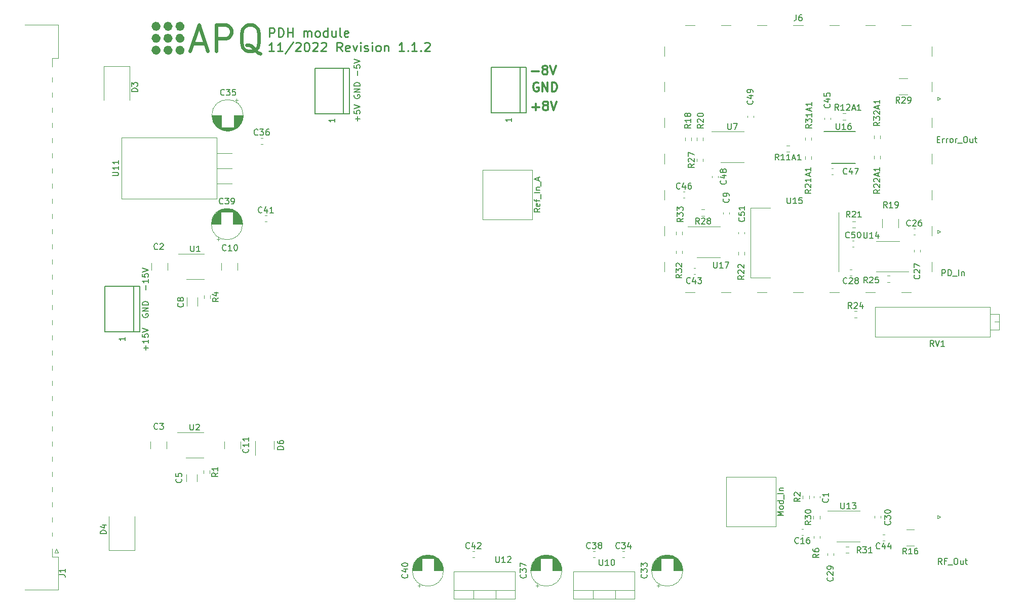
<source format=gbr>
G04 #@! TF.GenerationSoftware,KiCad,Pcbnew,(6.0.7)*
G04 #@! TF.CreationDate,2022-11-17T09:34:03+01:00*
G04 #@! TF.ProjectId,PDH_module,5044485f-6d6f-4647-956c-652e6b696361,1.1*
G04 #@! TF.SameCoordinates,Original*
G04 #@! TF.FileFunction,Legend,Top*
G04 #@! TF.FilePolarity,Positive*
%FSLAX46Y46*%
G04 Gerber Fmt 4.6, Leading zero omitted, Abs format (unit mm)*
G04 Created by KiCad (PCBNEW (6.0.7)) date 2022-11-17 09:34:03*
%MOMM*%
%LPD*%
G01*
G04 APERTURE LIST*
%ADD10C,0.250000*%
%ADD11C,0.300000*%
%ADD12C,0.150000*%
%ADD13C,0.600000*%
%ADD14C,0.120000*%
%ADD15C,1.000000*%
G04 APERTURE END LIST*
D10*
X121019642Y-49671071D02*
X121019642Y-48171071D01*
X121591071Y-48171071D01*
X121733928Y-48242500D01*
X121805357Y-48313928D01*
X121876785Y-48456785D01*
X121876785Y-48671071D01*
X121805357Y-48813928D01*
X121733928Y-48885357D01*
X121591071Y-48956785D01*
X121019642Y-48956785D01*
X122519642Y-49671071D02*
X122519642Y-48171071D01*
X122876785Y-48171071D01*
X123091071Y-48242500D01*
X123233928Y-48385357D01*
X123305357Y-48528214D01*
X123376785Y-48813928D01*
X123376785Y-49028214D01*
X123305357Y-49313928D01*
X123233928Y-49456785D01*
X123091071Y-49599642D01*
X122876785Y-49671071D01*
X122519642Y-49671071D01*
X124019642Y-49671071D02*
X124019642Y-48171071D01*
X124019642Y-48885357D02*
X124876785Y-48885357D01*
X124876785Y-49671071D02*
X124876785Y-48171071D01*
X126733928Y-49671071D02*
X126733928Y-48671071D01*
X126733928Y-48813928D02*
X126805357Y-48742500D01*
X126948214Y-48671071D01*
X127162500Y-48671071D01*
X127305357Y-48742500D01*
X127376785Y-48885357D01*
X127376785Y-49671071D01*
X127376785Y-48885357D02*
X127448214Y-48742500D01*
X127591071Y-48671071D01*
X127805357Y-48671071D01*
X127948214Y-48742500D01*
X128019642Y-48885357D01*
X128019642Y-49671071D01*
X128948214Y-49671071D02*
X128805357Y-49599642D01*
X128733928Y-49528214D01*
X128662500Y-49385357D01*
X128662500Y-48956785D01*
X128733928Y-48813928D01*
X128805357Y-48742500D01*
X128948214Y-48671071D01*
X129162500Y-48671071D01*
X129305357Y-48742500D01*
X129376785Y-48813928D01*
X129448214Y-48956785D01*
X129448214Y-49385357D01*
X129376785Y-49528214D01*
X129305357Y-49599642D01*
X129162500Y-49671071D01*
X128948214Y-49671071D01*
X130733928Y-49671071D02*
X130733928Y-48171071D01*
X130733928Y-49599642D02*
X130591071Y-49671071D01*
X130305357Y-49671071D01*
X130162500Y-49599642D01*
X130091071Y-49528214D01*
X130019642Y-49385357D01*
X130019642Y-48956785D01*
X130091071Y-48813928D01*
X130162500Y-48742500D01*
X130305357Y-48671071D01*
X130591071Y-48671071D01*
X130733928Y-48742500D01*
X132091071Y-48671071D02*
X132091071Y-49671071D01*
X131448214Y-48671071D02*
X131448214Y-49456785D01*
X131519642Y-49599642D01*
X131662500Y-49671071D01*
X131876785Y-49671071D01*
X132019642Y-49599642D01*
X132091071Y-49528214D01*
X133019642Y-49671071D02*
X132876785Y-49599642D01*
X132805357Y-49456785D01*
X132805357Y-48171071D01*
X134162500Y-49599642D02*
X134019642Y-49671071D01*
X133733928Y-49671071D01*
X133591071Y-49599642D01*
X133519642Y-49456785D01*
X133519642Y-48885357D01*
X133591071Y-48742500D01*
X133733928Y-48671071D01*
X134019642Y-48671071D01*
X134162500Y-48742500D01*
X134233928Y-48885357D01*
X134233928Y-49028214D01*
X133519642Y-49171071D01*
X121805357Y-52086071D02*
X120948214Y-52086071D01*
X121376785Y-52086071D02*
X121376785Y-50586071D01*
X121233928Y-50800357D01*
X121091071Y-50943214D01*
X120948214Y-51014642D01*
X123233928Y-52086071D02*
X122376785Y-52086071D01*
X122805357Y-52086071D02*
X122805357Y-50586071D01*
X122662500Y-50800357D01*
X122519642Y-50943214D01*
X122376785Y-51014642D01*
X124948214Y-50514642D02*
X123662500Y-52443214D01*
X125376785Y-50728928D02*
X125448214Y-50657500D01*
X125591071Y-50586071D01*
X125948214Y-50586071D01*
X126091071Y-50657500D01*
X126162500Y-50728928D01*
X126233928Y-50871785D01*
X126233928Y-51014642D01*
X126162500Y-51228928D01*
X125305357Y-52086071D01*
X126233928Y-52086071D01*
X127162500Y-50586071D02*
X127305357Y-50586071D01*
X127448214Y-50657500D01*
X127519642Y-50728928D01*
X127591071Y-50871785D01*
X127662500Y-51157500D01*
X127662500Y-51514642D01*
X127591071Y-51800357D01*
X127519642Y-51943214D01*
X127448214Y-52014642D01*
X127305357Y-52086071D01*
X127162500Y-52086071D01*
X127019642Y-52014642D01*
X126948214Y-51943214D01*
X126876785Y-51800357D01*
X126805357Y-51514642D01*
X126805357Y-51157500D01*
X126876785Y-50871785D01*
X126948214Y-50728928D01*
X127019642Y-50657500D01*
X127162500Y-50586071D01*
X128233928Y-50728928D02*
X128305357Y-50657500D01*
X128448214Y-50586071D01*
X128805357Y-50586071D01*
X128948214Y-50657500D01*
X129019642Y-50728928D01*
X129091071Y-50871785D01*
X129091071Y-51014642D01*
X129019642Y-51228928D01*
X128162500Y-52086071D01*
X129091071Y-52086071D01*
X129662500Y-50728928D02*
X129733928Y-50657500D01*
X129876785Y-50586071D01*
X130233928Y-50586071D01*
X130376785Y-50657500D01*
X130448214Y-50728928D01*
X130519642Y-50871785D01*
X130519642Y-51014642D01*
X130448214Y-51228928D01*
X129591071Y-52086071D01*
X130519642Y-52086071D01*
X133162500Y-52086071D02*
X132662500Y-51371785D01*
X132305357Y-52086071D02*
X132305357Y-50586071D01*
X132876785Y-50586071D01*
X133019642Y-50657500D01*
X133091071Y-50728928D01*
X133162500Y-50871785D01*
X133162500Y-51086071D01*
X133091071Y-51228928D01*
X133019642Y-51300357D01*
X132876785Y-51371785D01*
X132305357Y-51371785D01*
X134376785Y-52014642D02*
X134233928Y-52086071D01*
X133948214Y-52086071D01*
X133805357Y-52014642D01*
X133733928Y-51871785D01*
X133733928Y-51300357D01*
X133805357Y-51157500D01*
X133948214Y-51086071D01*
X134233928Y-51086071D01*
X134376785Y-51157500D01*
X134448214Y-51300357D01*
X134448214Y-51443214D01*
X133733928Y-51586071D01*
X134948214Y-51086071D02*
X135305357Y-52086071D01*
X135662500Y-51086071D01*
X136233928Y-52086071D02*
X136233928Y-51086071D01*
X136233928Y-50586071D02*
X136162500Y-50657500D01*
X136233928Y-50728928D01*
X136305357Y-50657500D01*
X136233928Y-50586071D01*
X136233928Y-50728928D01*
X136876785Y-52014642D02*
X137019642Y-52086071D01*
X137305357Y-52086071D01*
X137448214Y-52014642D01*
X137519642Y-51871785D01*
X137519642Y-51800357D01*
X137448214Y-51657500D01*
X137305357Y-51586071D01*
X137091071Y-51586071D01*
X136948214Y-51514642D01*
X136876785Y-51371785D01*
X136876785Y-51300357D01*
X136948214Y-51157500D01*
X137091071Y-51086071D01*
X137305357Y-51086071D01*
X137448214Y-51157500D01*
X138162500Y-52086071D02*
X138162500Y-51086071D01*
X138162500Y-50586071D02*
X138091071Y-50657500D01*
X138162500Y-50728928D01*
X138233928Y-50657500D01*
X138162500Y-50586071D01*
X138162500Y-50728928D01*
X139091071Y-52086071D02*
X138948214Y-52014642D01*
X138876785Y-51943214D01*
X138805357Y-51800357D01*
X138805357Y-51371785D01*
X138876785Y-51228928D01*
X138948214Y-51157500D01*
X139091071Y-51086071D01*
X139305357Y-51086071D01*
X139448214Y-51157500D01*
X139519642Y-51228928D01*
X139591071Y-51371785D01*
X139591071Y-51800357D01*
X139519642Y-51943214D01*
X139448214Y-52014642D01*
X139305357Y-52086071D01*
X139091071Y-52086071D01*
X140233928Y-51086071D02*
X140233928Y-52086071D01*
X140233928Y-51228928D02*
X140305357Y-51157500D01*
X140448214Y-51086071D01*
X140662500Y-51086071D01*
X140805357Y-51157500D01*
X140876785Y-51300357D01*
X140876785Y-52086071D01*
X143519642Y-52086071D02*
X142662500Y-52086071D01*
X143091071Y-52086071D02*
X143091071Y-50586071D01*
X142948214Y-50800357D01*
X142805357Y-50943214D01*
X142662500Y-51014642D01*
X144162500Y-51943214D02*
X144233928Y-52014642D01*
X144162500Y-52086071D01*
X144091071Y-52014642D01*
X144162500Y-51943214D01*
X144162500Y-52086071D01*
X145662500Y-52086071D02*
X144805357Y-52086071D01*
X145233928Y-52086071D02*
X145233928Y-50586071D01*
X145091071Y-50800357D01*
X144948214Y-50943214D01*
X144805357Y-51014642D01*
X146305357Y-51943214D02*
X146376785Y-52014642D01*
X146305357Y-52086071D01*
X146233928Y-52014642D01*
X146305357Y-51943214D01*
X146305357Y-52086071D01*
X146948214Y-50728928D02*
X147019642Y-50657500D01*
X147162500Y-50586071D01*
X147519642Y-50586071D01*
X147662500Y-50657500D01*
X147733928Y-50728928D01*
X147805357Y-50871785D01*
X147805357Y-51014642D01*
X147733928Y-51228928D01*
X146876785Y-52086071D01*
X147805357Y-52086071D01*
D11*
X164971428Y-61407142D02*
X166114285Y-61407142D01*
X165542857Y-61978571D02*
X165542857Y-60835714D01*
X167042857Y-61121428D02*
X166900000Y-61050000D01*
X166828571Y-60978571D01*
X166757142Y-60835714D01*
X166757142Y-60764285D01*
X166828571Y-60621428D01*
X166900000Y-60550000D01*
X167042857Y-60478571D01*
X167328571Y-60478571D01*
X167471428Y-60550000D01*
X167542857Y-60621428D01*
X167614285Y-60764285D01*
X167614285Y-60835714D01*
X167542857Y-60978571D01*
X167471428Y-61050000D01*
X167328571Y-61121428D01*
X167042857Y-61121428D01*
X166900000Y-61192857D01*
X166828571Y-61264285D01*
X166757142Y-61407142D01*
X166757142Y-61692857D01*
X166828571Y-61835714D01*
X166900000Y-61907142D01*
X167042857Y-61978571D01*
X167328571Y-61978571D01*
X167471428Y-61907142D01*
X167542857Y-61835714D01*
X167614285Y-61692857D01*
X167614285Y-61407142D01*
X167542857Y-61264285D01*
X167471428Y-61192857D01*
X167328571Y-61121428D01*
X168042857Y-60478571D02*
X168542857Y-61978571D01*
X169042857Y-60478571D01*
X164871428Y-55407142D02*
X166014285Y-55407142D01*
X166942857Y-55121428D02*
X166800000Y-55050000D01*
X166728571Y-54978571D01*
X166657142Y-54835714D01*
X166657142Y-54764285D01*
X166728571Y-54621428D01*
X166800000Y-54550000D01*
X166942857Y-54478571D01*
X167228571Y-54478571D01*
X167371428Y-54550000D01*
X167442857Y-54621428D01*
X167514285Y-54764285D01*
X167514285Y-54835714D01*
X167442857Y-54978571D01*
X167371428Y-55050000D01*
X167228571Y-55121428D01*
X166942857Y-55121428D01*
X166800000Y-55192857D01*
X166728571Y-55264285D01*
X166657142Y-55407142D01*
X166657142Y-55692857D01*
X166728571Y-55835714D01*
X166800000Y-55907142D01*
X166942857Y-55978571D01*
X167228571Y-55978571D01*
X167371428Y-55907142D01*
X167442857Y-55835714D01*
X167514285Y-55692857D01*
X167514285Y-55407142D01*
X167442857Y-55264285D01*
X167371428Y-55192857D01*
X167228571Y-55121428D01*
X167942857Y-54478571D02*
X168442857Y-55978571D01*
X168942857Y-54478571D01*
X165957142Y-57350000D02*
X165814285Y-57278571D01*
X165600000Y-57278571D01*
X165385714Y-57350000D01*
X165242857Y-57492857D01*
X165171428Y-57635714D01*
X165100000Y-57921428D01*
X165100000Y-58135714D01*
X165171428Y-58421428D01*
X165242857Y-58564285D01*
X165385714Y-58707142D01*
X165600000Y-58778571D01*
X165742857Y-58778571D01*
X165957142Y-58707142D01*
X166028571Y-58635714D01*
X166028571Y-58135714D01*
X165742857Y-58135714D01*
X166671428Y-58778571D02*
X166671428Y-57278571D01*
X167528571Y-58778571D01*
X167528571Y-57278571D01*
X168242857Y-58778571D02*
X168242857Y-57278571D01*
X168600000Y-57278571D01*
X168814285Y-57350000D01*
X168957142Y-57492857D01*
X169028571Y-57635714D01*
X169100000Y-57921428D01*
X169100000Y-58135714D01*
X169028571Y-58421428D01*
X168957142Y-58564285D01*
X168814285Y-58707142D01*
X168600000Y-58778571D01*
X168242857Y-58778571D01*
D12*
X85852380Y-139713333D02*
X86566666Y-139713333D01*
X86709523Y-139760952D01*
X86804761Y-139856190D01*
X86852380Y-139999047D01*
X86852380Y-140094285D01*
X86852380Y-138713333D02*
X86852380Y-139284761D01*
X86852380Y-138999047D02*
X85852380Y-138999047D01*
X85995238Y-139094285D01*
X86090476Y-139189523D01*
X86138095Y-139284761D01*
X102333333Y-115257142D02*
X102285714Y-115304761D01*
X102142857Y-115352380D01*
X102047619Y-115352380D01*
X101904761Y-115304761D01*
X101809523Y-115209523D01*
X101761904Y-115114285D01*
X101714285Y-114923809D01*
X101714285Y-114780952D01*
X101761904Y-114590476D01*
X101809523Y-114495238D01*
X101904761Y-114400000D01*
X102047619Y-114352380D01*
X102142857Y-114352380D01*
X102285714Y-114400000D01*
X102333333Y-114447619D01*
X102666666Y-114352380D02*
X103285714Y-114352380D01*
X102952380Y-114733333D01*
X103095238Y-114733333D01*
X103190476Y-114780952D01*
X103238095Y-114828571D01*
X103285714Y-114923809D01*
X103285714Y-115161904D01*
X103238095Y-115257142D01*
X103190476Y-115304761D01*
X103095238Y-115352380D01*
X102809523Y-115352380D01*
X102714285Y-115304761D01*
X102666666Y-115257142D01*
X106257142Y-123666666D02*
X106304761Y-123714285D01*
X106352380Y-123857142D01*
X106352380Y-123952380D01*
X106304761Y-124095238D01*
X106209523Y-124190476D01*
X106114285Y-124238095D01*
X105923809Y-124285714D01*
X105780952Y-124285714D01*
X105590476Y-124238095D01*
X105495238Y-124190476D01*
X105400000Y-124095238D01*
X105352380Y-123952380D01*
X105352380Y-123857142D01*
X105400000Y-123714285D01*
X105447619Y-123666666D01*
X105352380Y-122761904D02*
X105352380Y-123238095D01*
X105828571Y-123285714D01*
X105780952Y-123238095D01*
X105733333Y-123142857D01*
X105733333Y-122904761D01*
X105780952Y-122809523D01*
X105828571Y-122761904D01*
X105923809Y-122714285D01*
X106161904Y-122714285D01*
X106257142Y-122761904D01*
X106304761Y-122809523D01*
X106352380Y-122904761D01*
X106352380Y-123142857D01*
X106304761Y-123238095D01*
X106257142Y-123285714D01*
X113757142Y-85357142D02*
X113709523Y-85404761D01*
X113566666Y-85452380D01*
X113471428Y-85452380D01*
X113328571Y-85404761D01*
X113233333Y-85309523D01*
X113185714Y-85214285D01*
X113138095Y-85023809D01*
X113138095Y-84880952D01*
X113185714Y-84690476D01*
X113233333Y-84595238D01*
X113328571Y-84500000D01*
X113471428Y-84452380D01*
X113566666Y-84452380D01*
X113709523Y-84500000D01*
X113757142Y-84547619D01*
X114709523Y-85452380D02*
X114138095Y-85452380D01*
X114423809Y-85452380D02*
X114423809Y-84452380D01*
X114328571Y-84595238D01*
X114233333Y-84690476D01*
X114138095Y-84738095D01*
X115328571Y-84452380D02*
X115423809Y-84452380D01*
X115519047Y-84500000D01*
X115566666Y-84547619D01*
X115614285Y-84642857D01*
X115661904Y-84833333D01*
X115661904Y-85071428D01*
X115614285Y-85261904D01*
X115566666Y-85357142D01*
X115519047Y-85404761D01*
X115423809Y-85452380D01*
X115328571Y-85452380D01*
X115233333Y-85404761D01*
X115185714Y-85357142D01*
X115138095Y-85261904D01*
X115090476Y-85071428D01*
X115090476Y-84833333D01*
X115138095Y-84642857D01*
X115185714Y-84547619D01*
X115233333Y-84500000D01*
X115328571Y-84452380D01*
X117437142Y-118642857D02*
X117484761Y-118690476D01*
X117532380Y-118833333D01*
X117532380Y-118928571D01*
X117484761Y-119071428D01*
X117389523Y-119166666D01*
X117294285Y-119214285D01*
X117103809Y-119261904D01*
X116960952Y-119261904D01*
X116770476Y-119214285D01*
X116675238Y-119166666D01*
X116580000Y-119071428D01*
X116532380Y-118928571D01*
X116532380Y-118833333D01*
X116580000Y-118690476D01*
X116627619Y-118642857D01*
X117532380Y-117690476D02*
X117532380Y-118261904D01*
X117532380Y-117976190D02*
X116532380Y-117976190D01*
X116675238Y-118071428D01*
X116770476Y-118166666D01*
X116818095Y-118261904D01*
X117532380Y-116738095D02*
X117532380Y-117309523D01*
X117532380Y-117023809D02*
X116532380Y-117023809D01*
X116675238Y-117119047D01*
X116770476Y-117214285D01*
X116818095Y-117309523D01*
X209457142Y-134374642D02*
X209409523Y-134422261D01*
X209266666Y-134469880D01*
X209171428Y-134469880D01*
X209028571Y-134422261D01*
X208933333Y-134327023D01*
X208885714Y-134231785D01*
X208838095Y-134041309D01*
X208838095Y-133898452D01*
X208885714Y-133707976D01*
X208933333Y-133612738D01*
X209028571Y-133517500D01*
X209171428Y-133469880D01*
X209266666Y-133469880D01*
X209409523Y-133517500D01*
X209457142Y-133565119D01*
X210409523Y-134469880D02*
X209838095Y-134469880D01*
X210123809Y-134469880D02*
X210123809Y-133469880D01*
X210028571Y-133612738D01*
X209933333Y-133707976D01*
X209838095Y-133755595D01*
X211266666Y-133469880D02*
X211076190Y-133469880D01*
X210980952Y-133517500D01*
X210933333Y-133565119D01*
X210838095Y-133707976D01*
X210790476Y-133898452D01*
X210790476Y-134279404D01*
X210838095Y-134374642D01*
X210885714Y-134422261D01*
X210980952Y-134469880D01*
X211171428Y-134469880D01*
X211266666Y-134422261D01*
X211314285Y-134374642D01*
X211361904Y-134279404D01*
X211361904Y-134041309D01*
X211314285Y-133946071D01*
X211266666Y-133898452D01*
X211171428Y-133850833D01*
X210980952Y-133850833D01*
X210885714Y-133898452D01*
X210838095Y-133946071D01*
X210790476Y-134041309D01*
X215157142Y-140142857D02*
X215204761Y-140190476D01*
X215252380Y-140333333D01*
X215252380Y-140428571D01*
X215204761Y-140571428D01*
X215109523Y-140666666D01*
X215014285Y-140714285D01*
X214823809Y-140761904D01*
X214680952Y-140761904D01*
X214490476Y-140714285D01*
X214395238Y-140666666D01*
X214300000Y-140571428D01*
X214252380Y-140428571D01*
X214252380Y-140333333D01*
X214300000Y-140190476D01*
X214347619Y-140142857D01*
X214347619Y-139761904D02*
X214300000Y-139714285D01*
X214252380Y-139619047D01*
X214252380Y-139380952D01*
X214300000Y-139285714D01*
X214347619Y-139238095D01*
X214442857Y-139190476D01*
X214538095Y-139190476D01*
X214680952Y-139238095D01*
X215252380Y-139809523D01*
X215252380Y-139190476D01*
X215252380Y-138714285D02*
X215252380Y-138523809D01*
X215204761Y-138428571D01*
X215157142Y-138380952D01*
X215014285Y-138285714D01*
X214823809Y-138238095D01*
X214442857Y-138238095D01*
X214347619Y-138285714D01*
X214300000Y-138333333D01*
X214252380Y-138428571D01*
X214252380Y-138619047D01*
X214300000Y-138714285D01*
X214347619Y-138761904D01*
X214442857Y-138809523D01*
X214680952Y-138809523D01*
X214776190Y-138761904D01*
X214823809Y-138714285D01*
X214871428Y-138619047D01*
X214871428Y-138428571D01*
X214823809Y-138333333D01*
X214776190Y-138285714D01*
X214680952Y-138238095D01*
X224757142Y-130742857D02*
X224804761Y-130790476D01*
X224852380Y-130933333D01*
X224852380Y-131028571D01*
X224804761Y-131171428D01*
X224709523Y-131266666D01*
X224614285Y-131314285D01*
X224423809Y-131361904D01*
X224280952Y-131361904D01*
X224090476Y-131314285D01*
X223995238Y-131266666D01*
X223900000Y-131171428D01*
X223852380Y-131028571D01*
X223852380Y-130933333D01*
X223900000Y-130790476D01*
X223947619Y-130742857D01*
X223852380Y-130409523D02*
X223852380Y-129790476D01*
X224233333Y-130123809D01*
X224233333Y-129980952D01*
X224280952Y-129885714D01*
X224328571Y-129838095D01*
X224423809Y-129790476D01*
X224661904Y-129790476D01*
X224757142Y-129838095D01*
X224804761Y-129885714D01*
X224852380Y-129980952D01*
X224852380Y-130266666D01*
X224804761Y-130361904D01*
X224757142Y-130409523D01*
X223852380Y-129171428D02*
X223852380Y-129076190D01*
X223900000Y-128980952D01*
X223947619Y-128933333D01*
X224042857Y-128885714D01*
X224233333Y-128838095D01*
X224471428Y-128838095D01*
X224661904Y-128885714D01*
X224757142Y-128933333D01*
X224804761Y-128980952D01*
X224852380Y-129076190D01*
X224852380Y-129171428D01*
X224804761Y-129266666D01*
X224757142Y-129314285D01*
X224661904Y-129361904D01*
X224471428Y-129409523D01*
X224233333Y-129409523D01*
X224042857Y-129361904D01*
X223947619Y-129314285D01*
X223900000Y-129266666D01*
X223852380Y-129171428D01*
X184047142Y-139642857D02*
X184094761Y-139690476D01*
X184142380Y-139833333D01*
X184142380Y-139928571D01*
X184094761Y-140071428D01*
X183999523Y-140166666D01*
X183904285Y-140214285D01*
X183713809Y-140261904D01*
X183570952Y-140261904D01*
X183380476Y-140214285D01*
X183285238Y-140166666D01*
X183190000Y-140071428D01*
X183142380Y-139928571D01*
X183142380Y-139833333D01*
X183190000Y-139690476D01*
X183237619Y-139642857D01*
X183142380Y-139309523D02*
X183142380Y-138690476D01*
X183523333Y-139023809D01*
X183523333Y-138880952D01*
X183570952Y-138785714D01*
X183618571Y-138738095D01*
X183713809Y-138690476D01*
X183951904Y-138690476D01*
X184047142Y-138738095D01*
X184094761Y-138785714D01*
X184142380Y-138880952D01*
X184142380Y-139166666D01*
X184094761Y-139261904D01*
X184047142Y-139309523D01*
X183142380Y-138357142D02*
X183142380Y-137738095D01*
X183523333Y-138071428D01*
X183523333Y-137928571D01*
X183570952Y-137833333D01*
X183618571Y-137785714D01*
X183713809Y-137738095D01*
X183951904Y-137738095D01*
X184047142Y-137785714D01*
X184094761Y-137833333D01*
X184142380Y-137928571D01*
X184142380Y-138214285D01*
X184094761Y-138309523D01*
X184047142Y-138357142D01*
X179557142Y-135227142D02*
X179509523Y-135274761D01*
X179366666Y-135322380D01*
X179271428Y-135322380D01*
X179128571Y-135274761D01*
X179033333Y-135179523D01*
X178985714Y-135084285D01*
X178938095Y-134893809D01*
X178938095Y-134750952D01*
X178985714Y-134560476D01*
X179033333Y-134465238D01*
X179128571Y-134370000D01*
X179271428Y-134322380D01*
X179366666Y-134322380D01*
X179509523Y-134370000D01*
X179557142Y-134417619D01*
X179890476Y-134322380D02*
X180509523Y-134322380D01*
X180176190Y-134703333D01*
X180319047Y-134703333D01*
X180414285Y-134750952D01*
X180461904Y-134798571D01*
X180509523Y-134893809D01*
X180509523Y-135131904D01*
X180461904Y-135227142D01*
X180414285Y-135274761D01*
X180319047Y-135322380D01*
X180033333Y-135322380D01*
X179938095Y-135274761D01*
X179890476Y-135227142D01*
X181366666Y-134655714D02*
X181366666Y-135322380D01*
X181128571Y-134274761D02*
X180890476Y-134989047D01*
X181509523Y-134989047D01*
X163847142Y-139642857D02*
X163894761Y-139690476D01*
X163942380Y-139833333D01*
X163942380Y-139928571D01*
X163894761Y-140071428D01*
X163799523Y-140166666D01*
X163704285Y-140214285D01*
X163513809Y-140261904D01*
X163370952Y-140261904D01*
X163180476Y-140214285D01*
X163085238Y-140166666D01*
X162990000Y-140071428D01*
X162942380Y-139928571D01*
X162942380Y-139833333D01*
X162990000Y-139690476D01*
X163037619Y-139642857D01*
X162942380Y-139309523D02*
X162942380Y-138690476D01*
X163323333Y-139023809D01*
X163323333Y-138880952D01*
X163370952Y-138785714D01*
X163418571Y-138738095D01*
X163513809Y-138690476D01*
X163751904Y-138690476D01*
X163847142Y-138738095D01*
X163894761Y-138785714D01*
X163942380Y-138880952D01*
X163942380Y-139166666D01*
X163894761Y-139261904D01*
X163847142Y-139309523D01*
X162942380Y-138357142D02*
X162942380Y-137690476D01*
X163942380Y-138119047D01*
X174657142Y-135227142D02*
X174609523Y-135274761D01*
X174466666Y-135322380D01*
X174371428Y-135322380D01*
X174228571Y-135274761D01*
X174133333Y-135179523D01*
X174085714Y-135084285D01*
X174038095Y-134893809D01*
X174038095Y-134750952D01*
X174085714Y-134560476D01*
X174133333Y-134465238D01*
X174228571Y-134370000D01*
X174371428Y-134322380D01*
X174466666Y-134322380D01*
X174609523Y-134370000D01*
X174657142Y-134417619D01*
X174990476Y-134322380D02*
X175609523Y-134322380D01*
X175276190Y-134703333D01*
X175419047Y-134703333D01*
X175514285Y-134750952D01*
X175561904Y-134798571D01*
X175609523Y-134893809D01*
X175609523Y-135131904D01*
X175561904Y-135227142D01*
X175514285Y-135274761D01*
X175419047Y-135322380D01*
X175133333Y-135322380D01*
X175038095Y-135274761D01*
X174990476Y-135227142D01*
X176180952Y-134750952D02*
X176085714Y-134703333D01*
X176038095Y-134655714D01*
X175990476Y-134560476D01*
X175990476Y-134512857D01*
X176038095Y-134417619D01*
X176085714Y-134370000D01*
X176180952Y-134322380D01*
X176371428Y-134322380D01*
X176466666Y-134370000D01*
X176514285Y-134417619D01*
X176561904Y-134512857D01*
X176561904Y-134560476D01*
X176514285Y-134655714D01*
X176466666Y-134703333D01*
X176371428Y-134750952D01*
X176180952Y-134750952D01*
X176085714Y-134798571D01*
X176038095Y-134846190D01*
X175990476Y-134941428D01*
X175990476Y-135131904D01*
X176038095Y-135227142D01*
X176085714Y-135274761D01*
X176180952Y-135322380D01*
X176371428Y-135322380D01*
X176466666Y-135274761D01*
X176514285Y-135227142D01*
X176561904Y-135131904D01*
X176561904Y-134941428D01*
X176514285Y-134846190D01*
X176466666Y-134798571D01*
X176371428Y-134750952D01*
X144047142Y-139642857D02*
X144094761Y-139690476D01*
X144142380Y-139833333D01*
X144142380Y-139928571D01*
X144094761Y-140071428D01*
X143999523Y-140166666D01*
X143904285Y-140214285D01*
X143713809Y-140261904D01*
X143570952Y-140261904D01*
X143380476Y-140214285D01*
X143285238Y-140166666D01*
X143190000Y-140071428D01*
X143142380Y-139928571D01*
X143142380Y-139833333D01*
X143190000Y-139690476D01*
X143237619Y-139642857D01*
X143475714Y-138785714D02*
X144142380Y-138785714D01*
X143094761Y-139023809D02*
X143809047Y-139261904D01*
X143809047Y-138642857D01*
X143142380Y-138071428D02*
X143142380Y-137976190D01*
X143190000Y-137880952D01*
X143237619Y-137833333D01*
X143332857Y-137785714D01*
X143523333Y-137738095D01*
X143761428Y-137738095D01*
X143951904Y-137785714D01*
X144047142Y-137833333D01*
X144094761Y-137880952D01*
X144142380Y-137976190D01*
X144142380Y-138071428D01*
X144094761Y-138166666D01*
X144047142Y-138214285D01*
X143951904Y-138261904D01*
X143761428Y-138309523D01*
X143523333Y-138309523D01*
X143332857Y-138261904D01*
X143237619Y-138214285D01*
X143190000Y-138166666D01*
X143142380Y-138071428D01*
X154457142Y-135227142D02*
X154409523Y-135274761D01*
X154266666Y-135322380D01*
X154171428Y-135322380D01*
X154028571Y-135274761D01*
X153933333Y-135179523D01*
X153885714Y-135084285D01*
X153838095Y-134893809D01*
X153838095Y-134750952D01*
X153885714Y-134560476D01*
X153933333Y-134465238D01*
X154028571Y-134370000D01*
X154171428Y-134322380D01*
X154266666Y-134322380D01*
X154409523Y-134370000D01*
X154457142Y-134417619D01*
X155314285Y-134655714D02*
X155314285Y-135322380D01*
X155076190Y-134274761D02*
X154838095Y-134989047D01*
X155457142Y-134989047D01*
X155790476Y-134417619D02*
X155838095Y-134370000D01*
X155933333Y-134322380D01*
X156171428Y-134322380D01*
X156266666Y-134370000D01*
X156314285Y-134417619D01*
X156361904Y-134512857D01*
X156361904Y-134608095D01*
X156314285Y-134750952D01*
X155742857Y-135322380D01*
X156361904Y-135322380D01*
X119069642Y-66027142D02*
X119022023Y-66074761D01*
X118879166Y-66122380D01*
X118783928Y-66122380D01*
X118641071Y-66074761D01*
X118545833Y-65979523D01*
X118498214Y-65884285D01*
X118450595Y-65693809D01*
X118450595Y-65550952D01*
X118498214Y-65360476D01*
X118545833Y-65265238D01*
X118641071Y-65170000D01*
X118783928Y-65122380D01*
X118879166Y-65122380D01*
X119022023Y-65170000D01*
X119069642Y-65217619D01*
X119402976Y-65122380D02*
X120022023Y-65122380D01*
X119688690Y-65503333D01*
X119831547Y-65503333D01*
X119926785Y-65550952D01*
X119974404Y-65598571D01*
X120022023Y-65693809D01*
X120022023Y-65931904D01*
X119974404Y-66027142D01*
X119926785Y-66074761D01*
X119831547Y-66122380D01*
X119545833Y-66122380D01*
X119450595Y-66074761D01*
X119402976Y-66027142D01*
X120879166Y-65122380D02*
X120688690Y-65122380D01*
X120593452Y-65170000D01*
X120545833Y-65217619D01*
X120450595Y-65360476D01*
X120402976Y-65550952D01*
X120402976Y-65931904D01*
X120450595Y-66027142D01*
X120498214Y-66074761D01*
X120593452Y-66122380D01*
X120783928Y-66122380D01*
X120879166Y-66074761D01*
X120926785Y-66027142D01*
X120974404Y-65931904D01*
X120974404Y-65693809D01*
X120926785Y-65598571D01*
X120879166Y-65550952D01*
X120783928Y-65503333D01*
X120593452Y-65503333D01*
X120498214Y-65550952D01*
X120450595Y-65598571D01*
X120402976Y-65693809D01*
X113257142Y-77557142D02*
X113209523Y-77604761D01*
X113066666Y-77652380D01*
X112971428Y-77652380D01*
X112828571Y-77604761D01*
X112733333Y-77509523D01*
X112685714Y-77414285D01*
X112638095Y-77223809D01*
X112638095Y-77080952D01*
X112685714Y-76890476D01*
X112733333Y-76795238D01*
X112828571Y-76700000D01*
X112971428Y-76652380D01*
X113066666Y-76652380D01*
X113209523Y-76700000D01*
X113257142Y-76747619D01*
X113590476Y-76652380D02*
X114209523Y-76652380D01*
X113876190Y-77033333D01*
X114019047Y-77033333D01*
X114114285Y-77080952D01*
X114161904Y-77128571D01*
X114209523Y-77223809D01*
X114209523Y-77461904D01*
X114161904Y-77557142D01*
X114114285Y-77604761D01*
X114019047Y-77652380D01*
X113733333Y-77652380D01*
X113638095Y-77604761D01*
X113590476Y-77557142D01*
X114685714Y-77652380D02*
X114876190Y-77652380D01*
X114971428Y-77604761D01*
X115019047Y-77557142D01*
X115114285Y-77414285D01*
X115161904Y-77223809D01*
X115161904Y-76842857D01*
X115114285Y-76747619D01*
X115066666Y-76700000D01*
X114971428Y-76652380D01*
X114780952Y-76652380D01*
X114685714Y-76700000D01*
X114638095Y-76747619D01*
X114590476Y-76842857D01*
X114590476Y-77080952D01*
X114638095Y-77176190D01*
X114685714Y-77223809D01*
X114780952Y-77271428D01*
X114971428Y-77271428D01*
X115066666Y-77223809D01*
X115114285Y-77176190D01*
X115161904Y-77080952D01*
X119757142Y-79027142D02*
X119709523Y-79074761D01*
X119566666Y-79122380D01*
X119471428Y-79122380D01*
X119328571Y-79074761D01*
X119233333Y-78979523D01*
X119185714Y-78884285D01*
X119138095Y-78693809D01*
X119138095Y-78550952D01*
X119185714Y-78360476D01*
X119233333Y-78265238D01*
X119328571Y-78170000D01*
X119471428Y-78122380D01*
X119566666Y-78122380D01*
X119709523Y-78170000D01*
X119757142Y-78217619D01*
X120614285Y-78455714D02*
X120614285Y-79122380D01*
X120376190Y-78074761D02*
X120138095Y-78789047D01*
X120757142Y-78789047D01*
X121661904Y-79122380D02*
X121090476Y-79122380D01*
X121376190Y-79122380D02*
X121376190Y-78122380D01*
X121280952Y-78265238D01*
X121185714Y-78360476D01*
X121090476Y-78408095D01*
X112382380Y-122666666D02*
X111906190Y-123000000D01*
X112382380Y-123238095D02*
X111382380Y-123238095D01*
X111382380Y-122857142D01*
X111430000Y-122761904D01*
X111477619Y-122714285D01*
X111572857Y-122666666D01*
X111715714Y-122666666D01*
X111810952Y-122714285D01*
X111858571Y-122761904D01*
X111906190Y-122857142D01*
X111906190Y-123238095D01*
X112382380Y-121714285D02*
X112382380Y-122285714D01*
X112382380Y-122000000D02*
X111382380Y-122000000D01*
X111525238Y-122095238D01*
X111620476Y-122190476D01*
X111668095Y-122285714D01*
X212852380Y-136254166D02*
X212376190Y-136587500D01*
X212852380Y-136825595D02*
X211852380Y-136825595D01*
X211852380Y-136444642D01*
X211900000Y-136349404D01*
X211947619Y-136301785D01*
X212042857Y-136254166D01*
X212185714Y-136254166D01*
X212280952Y-136301785D01*
X212328571Y-136349404D01*
X212376190Y-136444642D01*
X212376190Y-136825595D01*
X211852380Y-135397023D02*
X211852380Y-135587500D01*
X211900000Y-135682738D01*
X211947619Y-135730357D01*
X212090476Y-135825595D01*
X212280952Y-135873214D01*
X212661904Y-135873214D01*
X212757142Y-135825595D01*
X212804761Y-135777976D01*
X212852380Y-135682738D01*
X212852380Y-135492261D01*
X212804761Y-135397023D01*
X212757142Y-135349404D01*
X212661904Y-135301785D01*
X212423809Y-135301785D01*
X212328571Y-135349404D01*
X212280952Y-135397023D01*
X212233333Y-135492261D01*
X212233333Y-135682738D01*
X212280952Y-135777976D01*
X212328571Y-135825595D01*
X212423809Y-135873214D01*
X227507142Y-136232380D02*
X227173809Y-135756190D01*
X226935714Y-136232380D02*
X226935714Y-135232380D01*
X227316666Y-135232380D01*
X227411904Y-135280000D01*
X227459523Y-135327619D01*
X227507142Y-135422857D01*
X227507142Y-135565714D01*
X227459523Y-135660952D01*
X227411904Y-135708571D01*
X227316666Y-135756190D01*
X226935714Y-135756190D01*
X228459523Y-136232380D02*
X227888095Y-136232380D01*
X228173809Y-136232380D02*
X228173809Y-135232380D01*
X228078571Y-135375238D01*
X227983333Y-135470476D01*
X227888095Y-135518095D01*
X229316666Y-135232380D02*
X229126190Y-135232380D01*
X229030952Y-135280000D01*
X228983333Y-135327619D01*
X228888095Y-135470476D01*
X228840476Y-135660952D01*
X228840476Y-136041904D01*
X228888095Y-136137142D01*
X228935714Y-136184761D01*
X229030952Y-136232380D01*
X229221428Y-136232380D01*
X229316666Y-136184761D01*
X229364285Y-136137142D01*
X229411904Y-136041904D01*
X229411904Y-135803809D01*
X229364285Y-135708571D01*
X229316666Y-135660952D01*
X229221428Y-135613333D01*
X229030952Y-135613333D01*
X228935714Y-135660952D01*
X228888095Y-135708571D01*
X228840476Y-135803809D01*
X176161904Y-137152380D02*
X176161904Y-137961904D01*
X176209523Y-138057142D01*
X176257142Y-138104761D01*
X176352380Y-138152380D01*
X176542857Y-138152380D01*
X176638095Y-138104761D01*
X176685714Y-138057142D01*
X176733333Y-137961904D01*
X176733333Y-137152380D01*
X177733333Y-138152380D02*
X177161904Y-138152380D01*
X177447619Y-138152380D02*
X177447619Y-137152380D01*
X177352380Y-137295238D01*
X177257142Y-137390476D01*
X177161904Y-137438095D01*
X178352380Y-137152380D02*
X178447619Y-137152380D01*
X178542857Y-137200000D01*
X178590476Y-137247619D01*
X178638095Y-137342857D01*
X178685714Y-137533333D01*
X178685714Y-137771428D01*
X178638095Y-137961904D01*
X178590476Y-138057142D01*
X178542857Y-138104761D01*
X178447619Y-138152380D01*
X178352380Y-138152380D01*
X178257142Y-138104761D01*
X178209523Y-138057142D01*
X178161904Y-137961904D01*
X178114285Y-137771428D01*
X178114285Y-137533333D01*
X178161904Y-137342857D01*
X178209523Y-137247619D01*
X178257142Y-137200000D01*
X178352380Y-137152380D01*
X158861904Y-136652380D02*
X158861904Y-137461904D01*
X158909523Y-137557142D01*
X158957142Y-137604761D01*
X159052380Y-137652380D01*
X159242857Y-137652380D01*
X159338095Y-137604761D01*
X159385714Y-137557142D01*
X159433333Y-137461904D01*
X159433333Y-136652380D01*
X160433333Y-137652380D02*
X159861904Y-137652380D01*
X160147619Y-137652380D02*
X160147619Y-136652380D01*
X160052380Y-136795238D01*
X159957142Y-136890476D01*
X159861904Y-136938095D01*
X160814285Y-136747619D02*
X160861904Y-136700000D01*
X160957142Y-136652380D01*
X161195238Y-136652380D01*
X161290476Y-136700000D01*
X161338095Y-136747619D01*
X161385714Y-136842857D01*
X161385714Y-136938095D01*
X161338095Y-137080952D01*
X160766666Y-137652380D01*
X161385714Y-137652380D01*
X107738095Y-114502380D02*
X107738095Y-115311904D01*
X107785714Y-115407142D01*
X107833333Y-115454761D01*
X107928571Y-115502380D01*
X108119047Y-115502380D01*
X108214285Y-115454761D01*
X108261904Y-115407142D01*
X108309523Y-115311904D01*
X108309523Y-114502380D01*
X108738095Y-114597619D02*
X108785714Y-114550000D01*
X108880952Y-114502380D01*
X109119047Y-114502380D01*
X109214285Y-114550000D01*
X109261904Y-114597619D01*
X109309523Y-114692857D01*
X109309523Y-114788095D01*
X109261904Y-114930952D01*
X108690476Y-115502380D01*
X109309523Y-115502380D01*
X102333333Y-85157142D02*
X102285714Y-85204761D01*
X102142857Y-85252380D01*
X102047619Y-85252380D01*
X101904761Y-85204761D01*
X101809523Y-85109523D01*
X101761904Y-85014285D01*
X101714285Y-84823809D01*
X101714285Y-84680952D01*
X101761904Y-84490476D01*
X101809523Y-84395238D01*
X101904761Y-84300000D01*
X102047619Y-84252380D01*
X102142857Y-84252380D01*
X102285714Y-84300000D01*
X102333333Y-84347619D01*
X102714285Y-84347619D02*
X102761904Y-84300000D01*
X102857142Y-84252380D01*
X103095238Y-84252380D01*
X103190476Y-84300000D01*
X103238095Y-84347619D01*
X103285714Y-84442857D01*
X103285714Y-84538095D01*
X103238095Y-84680952D01*
X102666666Y-85252380D01*
X103285714Y-85252380D01*
X228157142Y-81227142D02*
X228109523Y-81274761D01*
X227966666Y-81322380D01*
X227871428Y-81322380D01*
X227728571Y-81274761D01*
X227633333Y-81179523D01*
X227585714Y-81084285D01*
X227538095Y-80893809D01*
X227538095Y-80750952D01*
X227585714Y-80560476D01*
X227633333Y-80465238D01*
X227728571Y-80370000D01*
X227871428Y-80322380D01*
X227966666Y-80322380D01*
X228109523Y-80370000D01*
X228157142Y-80417619D01*
X228538095Y-80417619D02*
X228585714Y-80370000D01*
X228680952Y-80322380D01*
X228919047Y-80322380D01*
X229014285Y-80370000D01*
X229061904Y-80417619D01*
X229109523Y-80512857D01*
X229109523Y-80608095D01*
X229061904Y-80750952D01*
X228490476Y-81322380D01*
X229109523Y-81322380D01*
X229966666Y-80322380D02*
X229776190Y-80322380D01*
X229680952Y-80370000D01*
X229633333Y-80417619D01*
X229538095Y-80560476D01*
X229490476Y-80750952D01*
X229490476Y-81131904D01*
X229538095Y-81227142D01*
X229585714Y-81274761D01*
X229680952Y-81322380D01*
X229871428Y-81322380D01*
X229966666Y-81274761D01*
X230014285Y-81227142D01*
X230061904Y-81131904D01*
X230061904Y-80893809D01*
X230014285Y-80798571D01*
X229966666Y-80750952D01*
X229871428Y-80703333D01*
X229680952Y-80703333D01*
X229585714Y-80750952D01*
X229538095Y-80798571D01*
X229490476Y-80893809D01*
X229657142Y-89542857D02*
X229704761Y-89590476D01*
X229752380Y-89733333D01*
X229752380Y-89828571D01*
X229704761Y-89971428D01*
X229609523Y-90066666D01*
X229514285Y-90114285D01*
X229323809Y-90161904D01*
X229180952Y-90161904D01*
X228990476Y-90114285D01*
X228895238Y-90066666D01*
X228800000Y-89971428D01*
X228752380Y-89828571D01*
X228752380Y-89733333D01*
X228800000Y-89590476D01*
X228847619Y-89542857D01*
X228847619Y-89161904D02*
X228800000Y-89114285D01*
X228752380Y-89019047D01*
X228752380Y-88780952D01*
X228800000Y-88685714D01*
X228847619Y-88638095D01*
X228942857Y-88590476D01*
X229038095Y-88590476D01*
X229180952Y-88638095D01*
X229752380Y-89209523D01*
X229752380Y-88590476D01*
X228752380Y-88257142D02*
X228752380Y-87590476D01*
X229752380Y-88019047D01*
X217557142Y-90887142D02*
X217509523Y-90934761D01*
X217366666Y-90982380D01*
X217271428Y-90982380D01*
X217128571Y-90934761D01*
X217033333Y-90839523D01*
X216985714Y-90744285D01*
X216938095Y-90553809D01*
X216938095Y-90410952D01*
X216985714Y-90220476D01*
X217033333Y-90125238D01*
X217128571Y-90030000D01*
X217271428Y-89982380D01*
X217366666Y-89982380D01*
X217509523Y-90030000D01*
X217557142Y-90077619D01*
X217938095Y-90077619D02*
X217985714Y-90030000D01*
X218080952Y-89982380D01*
X218319047Y-89982380D01*
X218414285Y-90030000D01*
X218461904Y-90077619D01*
X218509523Y-90172857D01*
X218509523Y-90268095D01*
X218461904Y-90410952D01*
X217890476Y-90982380D01*
X218509523Y-90982380D01*
X219080952Y-90410952D02*
X218985714Y-90363333D01*
X218938095Y-90315714D01*
X218890476Y-90220476D01*
X218890476Y-90172857D01*
X218938095Y-90077619D01*
X218985714Y-90030000D01*
X219080952Y-89982380D01*
X219271428Y-89982380D01*
X219366666Y-90030000D01*
X219414285Y-90077619D01*
X219461904Y-90172857D01*
X219461904Y-90220476D01*
X219414285Y-90315714D01*
X219366666Y-90363333D01*
X219271428Y-90410952D01*
X219080952Y-90410952D01*
X218985714Y-90458571D01*
X218938095Y-90506190D01*
X218890476Y-90601428D01*
X218890476Y-90791904D01*
X218938095Y-90887142D01*
X218985714Y-90934761D01*
X219080952Y-90982380D01*
X219271428Y-90982380D01*
X219366666Y-90934761D01*
X219414285Y-90887142D01*
X219461904Y-90791904D01*
X219461904Y-90601428D01*
X219414285Y-90506190D01*
X219366666Y-90458571D01*
X219271428Y-90410952D01*
X214657142Y-60942857D02*
X214704761Y-60990476D01*
X214752380Y-61133333D01*
X214752380Y-61228571D01*
X214704761Y-61371428D01*
X214609523Y-61466666D01*
X214514285Y-61514285D01*
X214323809Y-61561904D01*
X214180952Y-61561904D01*
X213990476Y-61514285D01*
X213895238Y-61466666D01*
X213800000Y-61371428D01*
X213752380Y-61228571D01*
X213752380Y-61133333D01*
X213800000Y-60990476D01*
X213847619Y-60942857D01*
X214085714Y-60085714D02*
X214752380Y-60085714D01*
X213704761Y-60323809D02*
X214419047Y-60561904D01*
X214419047Y-59942857D01*
X213752380Y-59085714D02*
X213752380Y-59561904D01*
X214228571Y-59609523D01*
X214180952Y-59561904D01*
X214133333Y-59466666D01*
X214133333Y-59228571D01*
X214180952Y-59133333D01*
X214228571Y-59085714D01*
X214323809Y-59038095D01*
X214561904Y-59038095D01*
X214657142Y-59085714D01*
X214704761Y-59133333D01*
X214752380Y-59228571D01*
X214752380Y-59466666D01*
X214704761Y-59561904D01*
X214657142Y-59609523D01*
X189657142Y-75027142D02*
X189609523Y-75074761D01*
X189466666Y-75122380D01*
X189371428Y-75122380D01*
X189228571Y-75074761D01*
X189133333Y-74979523D01*
X189085714Y-74884285D01*
X189038095Y-74693809D01*
X189038095Y-74550952D01*
X189085714Y-74360476D01*
X189133333Y-74265238D01*
X189228571Y-74170000D01*
X189371428Y-74122380D01*
X189466666Y-74122380D01*
X189609523Y-74170000D01*
X189657142Y-74217619D01*
X190514285Y-74455714D02*
X190514285Y-75122380D01*
X190276190Y-74074761D02*
X190038095Y-74789047D01*
X190657142Y-74789047D01*
X191466666Y-74122380D02*
X191276190Y-74122380D01*
X191180952Y-74170000D01*
X191133333Y-74217619D01*
X191038095Y-74360476D01*
X190990476Y-74550952D01*
X190990476Y-74931904D01*
X191038095Y-75027142D01*
X191085714Y-75074761D01*
X191180952Y-75122380D01*
X191371428Y-75122380D01*
X191466666Y-75074761D01*
X191514285Y-75027142D01*
X191561904Y-74931904D01*
X191561904Y-74693809D01*
X191514285Y-74598571D01*
X191466666Y-74550952D01*
X191371428Y-74503333D01*
X191180952Y-74503333D01*
X191085714Y-74550952D01*
X191038095Y-74598571D01*
X190990476Y-74693809D01*
X217557142Y-72557142D02*
X217509523Y-72604761D01*
X217366666Y-72652380D01*
X217271428Y-72652380D01*
X217128571Y-72604761D01*
X217033333Y-72509523D01*
X216985714Y-72414285D01*
X216938095Y-72223809D01*
X216938095Y-72080952D01*
X216985714Y-71890476D01*
X217033333Y-71795238D01*
X217128571Y-71700000D01*
X217271428Y-71652380D01*
X217366666Y-71652380D01*
X217509523Y-71700000D01*
X217557142Y-71747619D01*
X218414285Y-71985714D02*
X218414285Y-72652380D01*
X218176190Y-71604761D02*
X217938095Y-72319047D01*
X218557142Y-72319047D01*
X218842857Y-71652380D02*
X219509523Y-71652380D01*
X219080952Y-72652380D01*
X197287142Y-73717857D02*
X197334761Y-73765476D01*
X197382380Y-73908333D01*
X197382380Y-74003571D01*
X197334761Y-74146428D01*
X197239523Y-74241666D01*
X197144285Y-74289285D01*
X196953809Y-74336904D01*
X196810952Y-74336904D01*
X196620476Y-74289285D01*
X196525238Y-74241666D01*
X196430000Y-74146428D01*
X196382380Y-74003571D01*
X196382380Y-73908333D01*
X196430000Y-73765476D01*
X196477619Y-73717857D01*
X196715714Y-72860714D02*
X197382380Y-72860714D01*
X196334761Y-73098809D02*
X197049047Y-73336904D01*
X197049047Y-72717857D01*
X196810952Y-72194047D02*
X196763333Y-72289285D01*
X196715714Y-72336904D01*
X196620476Y-72384523D01*
X196572857Y-72384523D01*
X196477619Y-72336904D01*
X196430000Y-72289285D01*
X196382380Y-72194047D01*
X196382380Y-72003571D01*
X196430000Y-71908333D01*
X196477619Y-71860714D01*
X196572857Y-71813095D01*
X196620476Y-71813095D01*
X196715714Y-71860714D01*
X196763333Y-71908333D01*
X196810952Y-72003571D01*
X196810952Y-72194047D01*
X196858571Y-72289285D01*
X196906190Y-72336904D01*
X197001428Y-72384523D01*
X197191904Y-72384523D01*
X197287142Y-72336904D01*
X197334761Y-72289285D01*
X197382380Y-72194047D01*
X197382380Y-72003571D01*
X197334761Y-71908333D01*
X197287142Y-71860714D01*
X197191904Y-71813095D01*
X197001428Y-71813095D01*
X196906190Y-71860714D01*
X196858571Y-71908333D01*
X196810952Y-72003571D01*
X201757142Y-60342857D02*
X201804761Y-60390476D01*
X201852380Y-60533333D01*
X201852380Y-60628571D01*
X201804761Y-60771428D01*
X201709523Y-60866666D01*
X201614285Y-60914285D01*
X201423809Y-60961904D01*
X201280952Y-60961904D01*
X201090476Y-60914285D01*
X200995238Y-60866666D01*
X200900000Y-60771428D01*
X200852380Y-60628571D01*
X200852380Y-60533333D01*
X200900000Y-60390476D01*
X200947619Y-60342857D01*
X201185714Y-59485714D02*
X201852380Y-59485714D01*
X200804761Y-59723809D02*
X201519047Y-59961904D01*
X201519047Y-59342857D01*
X201852380Y-58914285D02*
X201852380Y-58723809D01*
X201804761Y-58628571D01*
X201757142Y-58580952D01*
X201614285Y-58485714D01*
X201423809Y-58438095D01*
X201042857Y-58438095D01*
X200947619Y-58485714D01*
X200900000Y-58533333D01*
X200852380Y-58628571D01*
X200852380Y-58819047D01*
X200900000Y-58914285D01*
X200947619Y-58961904D01*
X201042857Y-59009523D01*
X201280952Y-59009523D01*
X201376190Y-58961904D01*
X201423809Y-58914285D01*
X201471428Y-58819047D01*
X201471428Y-58628571D01*
X201423809Y-58533333D01*
X201376190Y-58485714D01*
X201280952Y-58438095D01*
X98952380Y-58838095D02*
X97952380Y-58838095D01*
X97952380Y-58600000D01*
X98000000Y-58457142D01*
X98095238Y-58361904D01*
X98190476Y-58314285D01*
X98380952Y-58266666D01*
X98523809Y-58266666D01*
X98714285Y-58314285D01*
X98809523Y-58361904D01*
X98904761Y-58457142D01*
X98952380Y-58600000D01*
X98952380Y-58838095D01*
X97952380Y-57933333D02*
X97952380Y-57314285D01*
X98333333Y-57647619D01*
X98333333Y-57504761D01*
X98380952Y-57409523D01*
X98428571Y-57361904D01*
X98523809Y-57314285D01*
X98761904Y-57314285D01*
X98857142Y-57361904D01*
X98904761Y-57409523D01*
X98952380Y-57504761D01*
X98952380Y-57790476D01*
X98904761Y-57885714D01*
X98857142Y-57933333D01*
X93752380Y-132838095D02*
X92752380Y-132838095D01*
X92752380Y-132600000D01*
X92800000Y-132457142D01*
X92895238Y-132361904D01*
X92990476Y-132314285D01*
X93180952Y-132266666D01*
X93323809Y-132266666D01*
X93514285Y-132314285D01*
X93609523Y-132361904D01*
X93704761Y-132457142D01*
X93752380Y-132600000D01*
X93752380Y-132838095D01*
X93085714Y-131409523D02*
X93752380Y-131409523D01*
X92704761Y-131647619D02*
X93419047Y-131885714D01*
X93419047Y-131266666D01*
X233466666Y-89652380D02*
X233466666Y-88652380D01*
X233847619Y-88652380D01*
X233942857Y-88700000D01*
X233990476Y-88747619D01*
X234038095Y-88842857D01*
X234038095Y-88985714D01*
X233990476Y-89080952D01*
X233942857Y-89128571D01*
X233847619Y-89176190D01*
X233466666Y-89176190D01*
X234466666Y-89652380D02*
X234466666Y-88652380D01*
X234704761Y-88652380D01*
X234847619Y-88700000D01*
X234942857Y-88795238D01*
X234990476Y-88890476D01*
X235038095Y-89080952D01*
X235038095Y-89223809D01*
X234990476Y-89414285D01*
X234942857Y-89509523D01*
X234847619Y-89604761D01*
X234704761Y-89652380D01*
X234466666Y-89652380D01*
X235228571Y-89747619D02*
X235990476Y-89747619D01*
X236228571Y-89652380D02*
X236228571Y-88652380D01*
X236704761Y-88985714D02*
X236704761Y-89652380D01*
X236704761Y-89080952D02*
X236752380Y-89033333D01*
X236847619Y-88985714D01*
X236990476Y-88985714D01*
X237085714Y-89033333D01*
X237133333Y-89128571D01*
X237133333Y-89652380D01*
X166252380Y-78385714D02*
X165776190Y-78719047D01*
X166252380Y-78957142D02*
X165252380Y-78957142D01*
X165252380Y-78576190D01*
X165300000Y-78480952D01*
X165347619Y-78433333D01*
X165442857Y-78385714D01*
X165585714Y-78385714D01*
X165680952Y-78433333D01*
X165728571Y-78480952D01*
X165776190Y-78576190D01*
X165776190Y-78957142D01*
X166204761Y-77576190D02*
X166252380Y-77671428D01*
X166252380Y-77861904D01*
X166204761Y-77957142D01*
X166109523Y-78004761D01*
X165728571Y-78004761D01*
X165633333Y-77957142D01*
X165585714Y-77861904D01*
X165585714Y-77671428D01*
X165633333Y-77576190D01*
X165728571Y-77528571D01*
X165823809Y-77528571D01*
X165919047Y-78004761D01*
X165585714Y-77242857D02*
X165585714Y-76861904D01*
X166252380Y-77100000D02*
X165395238Y-77100000D01*
X165300000Y-77052380D01*
X165252380Y-76957142D01*
X165252380Y-76861904D01*
X166347619Y-76766666D02*
X166347619Y-76004761D01*
X166252380Y-75766666D02*
X165252380Y-75766666D01*
X165585714Y-75290476D02*
X166252380Y-75290476D01*
X165680952Y-75290476D02*
X165633333Y-75242857D01*
X165585714Y-75147619D01*
X165585714Y-75004761D01*
X165633333Y-74909523D01*
X165728571Y-74861904D01*
X166252380Y-74861904D01*
X166347619Y-74623809D02*
X166347619Y-73861904D01*
X165966666Y-73671428D02*
X165966666Y-73195238D01*
X166252380Y-73766666D02*
X165252380Y-73433333D01*
X166252380Y-73100000D01*
X209066666Y-45962380D02*
X209066666Y-46676666D01*
X209019047Y-46819523D01*
X208923809Y-46914761D01*
X208780952Y-46962380D01*
X208685714Y-46962380D01*
X209971428Y-45962380D02*
X209780952Y-45962380D01*
X209685714Y-46010000D01*
X209638095Y-46057619D01*
X209542857Y-46200476D01*
X209495238Y-46390952D01*
X209495238Y-46771904D01*
X209542857Y-46867142D01*
X209590476Y-46914761D01*
X209685714Y-46962380D01*
X209876190Y-46962380D01*
X209971428Y-46914761D01*
X210019047Y-46867142D01*
X210066666Y-46771904D01*
X210066666Y-46533809D01*
X210019047Y-46438571D01*
X209971428Y-46390952D01*
X209876190Y-46343333D01*
X209685714Y-46343333D01*
X209590476Y-46390952D01*
X209542857Y-46438571D01*
X209495238Y-46533809D01*
X191452380Y-64342857D02*
X190976190Y-64676190D01*
X191452380Y-64914285D02*
X190452380Y-64914285D01*
X190452380Y-64533333D01*
X190500000Y-64438095D01*
X190547619Y-64390476D01*
X190642857Y-64342857D01*
X190785714Y-64342857D01*
X190880952Y-64390476D01*
X190928571Y-64438095D01*
X190976190Y-64533333D01*
X190976190Y-64914285D01*
X191452380Y-63390476D02*
X191452380Y-63961904D01*
X191452380Y-63676190D02*
X190452380Y-63676190D01*
X190595238Y-63771428D01*
X190690476Y-63866666D01*
X190738095Y-63961904D01*
X190880952Y-62819047D02*
X190833333Y-62914285D01*
X190785714Y-62961904D01*
X190690476Y-63009523D01*
X190642857Y-63009523D01*
X190547619Y-62961904D01*
X190500000Y-62914285D01*
X190452380Y-62819047D01*
X190452380Y-62628571D01*
X190500000Y-62533333D01*
X190547619Y-62485714D01*
X190642857Y-62438095D01*
X190690476Y-62438095D01*
X190785714Y-62485714D01*
X190833333Y-62533333D01*
X190880952Y-62628571D01*
X190880952Y-62819047D01*
X190928571Y-62914285D01*
X190976190Y-62961904D01*
X191071428Y-63009523D01*
X191261904Y-63009523D01*
X191357142Y-62961904D01*
X191404761Y-62914285D01*
X191452380Y-62819047D01*
X191452380Y-62628571D01*
X191404761Y-62533333D01*
X191357142Y-62485714D01*
X191261904Y-62438095D01*
X191071428Y-62438095D01*
X190976190Y-62485714D01*
X190928571Y-62533333D01*
X190880952Y-62628571D01*
X224257142Y-78252380D02*
X223923809Y-77776190D01*
X223685714Y-78252380D02*
X223685714Y-77252380D01*
X224066666Y-77252380D01*
X224161904Y-77300000D01*
X224209523Y-77347619D01*
X224257142Y-77442857D01*
X224257142Y-77585714D01*
X224209523Y-77680952D01*
X224161904Y-77728571D01*
X224066666Y-77776190D01*
X223685714Y-77776190D01*
X225209523Y-78252380D02*
X224638095Y-78252380D01*
X224923809Y-78252380D02*
X224923809Y-77252380D01*
X224828571Y-77395238D01*
X224733333Y-77490476D01*
X224638095Y-77538095D01*
X225685714Y-78252380D02*
X225876190Y-78252380D01*
X225971428Y-78204761D01*
X226019047Y-78157142D01*
X226114285Y-78014285D01*
X226161904Y-77823809D01*
X226161904Y-77442857D01*
X226114285Y-77347619D01*
X226066666Y-77300000D01*
X225971428Y-77252380D01*
X225780952Y-77252380D01*
X225685714Y-77300000D01*
X225638095Y-77347619D01*
X225590476Y-77442857D01*
X225590476Y-77680952D01*
X225638095Y-77776190D01*
X225685714Y-77823809D01*
X225780952Y-77871428D01*
X225971428Y-77871428D01*
X226066666Y-77823809D01*
X226114285Y-77776190D01*
X226161904Y-77680952D01*
X193552380Y-64342857D02*
X193076190Y-64676190D01*
X193552380Y-64914285D02*
X192552380Y-64914285D01*
X192552380Y-64533333D01*
X192600000Y-64438095D01*
X192647619Y-64390476D01*
X192742857Y-64342857D01*
X192885714Y-64342857D01*
X192980952Y-64390476D01*
X193028571Y-64438095D01*
X193076190Y-64533333D01*
X193076190Y-64914285D01*
X192647619Y-63961904D02*
X192600000Y-63914285D01*
X192552380Y-63819047D01*
X192552380Y-63580952D01*
X192600000Y-63485714D01*
X192647619Y-63438095D01*
X192742857Y-63390476D01*
X192838095Y-63390476D01*
X192980952Y-63438095D01*
X193552380Y-64009523D01*
X193552380Y-63390476D01*
X192552380Y-62771428D02*
X192552380Y-62676190D01*
X192600000Y-62580952D01*
X192647619Y-62533333D01*
X192742857Y-62485714D01*
X192933333Y-62438095D01*
X193171428Y-62438095D01*
X193361904Y-62485714D01*
X193457142Y-62533333D01*
X193504761Y-62580952D01*
X193552380Y-62676190D01*
X193552380Y-62771428D01*
X193504761Y-62866666D01*
X193457142Y-62914285D01*
X193361904Y-62961904D01*
X193171428Y-63009523D01*
X192933333Y-63009523D01*
X192742857Y-62961904D01*
X192647619Y-62914285D01*
X192600000Y-62866666D01*
X192552380Y-62771428D01*
X218357142Y-95122380D02*
X218023809Y-94646190D01*
X217785714Y-95122380D02*
X217785714Y-94122380D01*
X218166666Y-94122380D01*
X218261904Y-94170000D01*
X218309523Y-94217619D01*
X218357142Y-94312857D01*
X218357142Y-94455714D01*
X218309523Y-94550952D01*
X218261904Y-94598571D01*
X218166666Y-94646190D01*
X217785714Y-94646190D01*
X218738095Y-94217619D02*
X218785714Y-94170000D01*
X218880952Y-94122380D01*
X219119047Y-94122380D01*
X219214285Y-94170000D01*
X219261904Y-94217619D01*
X219309523Y-94312857D01*
X219309523Y-94408095D01*
X219261904Y-94550952D01*
X218690476Y-95122380D01*
X219309523Y-95122380D01*
X220166666Y-94455714D02*
X220166666Y-95122380D01*
X219928571Y-94074761D02*
X219690476Y-94789047D01*
X220309523Y-94789047D01*
X220957142Y-90852380D02*
X220623809Y-90376190D01*
X220385714Y-90852380D02*
X220385714Y-89852380D01*
X220766666Y-89852380D01*
X220861904Y-89900000D01*
X220909523Y-89947619D01*
X220957142Y-90042857D01*
X220957142Y-90185714D01*
X220909523Y-90280952D01*
X220861904Y-90328571D01*
X220766666Y-90376190D01*
X220385714Y-90376190D01*
X221338095Y-89947619D02*
X221385714Y-89900000D01*
X221480952Y-89852380D01*
X221719047Y-89852380D01*
X221814285Y-89900000D01*
X221861904Y-89947619D01*
X221909523Y-90042857D01*
X221909523Y-90138095D01*
X221861904Y-90280952D01*
X221290476Y-90852380D01*
X221909523Y-90852380D01*
X222814285Y-89852380D02*
X222338095Y-89852380D01*
X222290476Y-90328571D01*
X222338095Y-90280952D01*
X222433333Y-90233333D01*
X222671428Y-90233333D01*
X222766666Y-90280952D01*
X222814285Y-90328571D01*
X222861904Y-90423809D01*
X222861904Y-90661904D01*
X222814285Y-90757142D01*
X222766666Y-90804761D01*
X222671428Y-90852380D01*
X222433333Y-90852380D01*
X222338095Y-90804761D01*
X222290476Y-90757142D01*
X192022380Y-70942857D02*
X191546190Y-71276190D01*
X192022380Y-71514285D02*
X191022380Y-71514285D01*
X191022380Y-71133333D01*
X191070000Y-71038095D01*
X191117619Y-70990476D01*
X191212857Y-70942857D01*
X191355714Y-70942857D01*
X191450952Y-70990476D01*
X191498571Y-71038095D01*
X191546190Y-71133333D01*
X191546190Y-71514285D01*
X191117619Y-70561904D02*
X191070000Y-70514285D01*
X191022380Y-70419047D01*
X191022380Y-70180952D01*
X191070000Y-70085714D01*
X191117619Y-70038095D01*
X191212857Y-69990476D01*
X191308095Y-69990476D01*
X191450952Y-70038095D01*
X192022380Y-70609523D01*
X192022380Y-69990476D01*
X191022380Y-69657142D02*
X191022380Y-68990476D01*
X192022380Y-69419047D01*
X226357142Y-60732380D02*
X226023809Y-60256190D01*
X225785714Y-60732380D02*
X225785714Y-59732380D01*
X226166666Y-59732380D01*
X226261904Y-59780000D01*
X226309523Y-59827619D01*
X226357142Y-59922857D01*
X226357142Y-60065714D01*
X226309523Y-60160952D01*
X226261904Y-60208571D01*
X226166666Y-60256190D01*
X225785714Y-60256190D01*
X226738095Y-59827619D02*
X226785714Y-59780000D01*
X226880952Y-59732380D01*
X227119047Y-59732380D01*
X227214285Y-59780000D01*
X227261904Y-59827619D01*
X227309523Y-59922857D01*
X227309523Y-60018095D01*
X227261904Y-60160952D01*
X226690476Y-60732380D01*
X227309523Y-60732380D01*
X227785714Y-60732380D02*
X227976190Y-60732380D01*
X228071428Y-60684761D01*
X228119047Y-60637142D01*
X228214285Y-60494285D01*
X228261904Y-60303809D01*
X228261904Y-59922857D01*
X228214285Y-59827619D01*
X228166666Y-59780000D01*
X228071428Y-59732380D01*
X227880952Y-59732380D01*
X227785714Y-59780000D01*
X227738095Y-59827619D01*
X227690476Y-59922857D01*
X227690476Y-60160952D01*
X227738095Y-60256190D01*
X227785714Y-60303809D01*
X227880952Y-60351428D01*
X228071428Y-60351428D01*
X228166666Y-60303809D01*
X228214285Y-60256190D01*
X228261904Y-60160952D01*
X206152380Y-70282380D02*
X205819047Y-69806190D01*
X205580952Y-70282380D02*
X205580952Y-69282380D01*
X205961904Y-69282380D01*
X206057142Y-69330000D01*
X206104761Y-69377619D01*
X206152380Y-69472857D01*
X206152380Y-69615714D01*
X206104761Y-69710952D01*
X206057142Y-69758571D01*
X205961904Y-69806190D01*
X205580952Y-69806190D01*
X207104761Y-70282380D02*
X206533333Y-70282380D01*
X206819047Y-70282380D02*
X206819047Y-69282380D01*
X206723809Y-69425238D01*
X206628571Y-69520476D01*
X206533333Y-69568095D01*
X208057142Y-70282380D02*
X207485714Y-70282380D01*
X207771428Y-70282380D02*
X207771428Y-69282380D01*
X207676190Y-69425238D01*
X207580952Y-69520476D01*
X207485714Y-69568095D01*
X208438095Y-69996666D02*
X208914285Y-69996666D01*
X208342857Y-70282380D02*
X208676190Y-69282380D01*
X209009523Y-70282380D01*
X209866666Y-70282380D02*
X209295238Y-70282380D01*
X209580952Y-70282380D02*
X209580952Y-69282380D01*
X209485714Y-69425238D01*
X209390476Y-69520476D01*
X209295238Y-69568095D01*
X216152380Y-61952380D02*
X215819047Y-61476190D01*
X215580952Y-61952380D02*
X215580952Y-60952380D01*
X215961904Y-60952380D01*
X216057142Y-61000000D01*
X216104761Y-61047619D01*
X216152380Y-61142857D01*
X216152380Y-61285714D01*
X216104761Y-61380952D01*
X216057142Y-61428571D01*
X215961904Y-61476190D01*
X215580952Y-61476190D01*
X217104761Y-61952380D02*
X216533333Y-61952380D01*
X216819047Y-61952380D02*
X216819047Y-60952380D01*
X216723809Y-61095238D01*
X216628571Y-61190476D01*
X216533333Y-61238095D01*
X217485714Y-61047619D02*
X217533333Y-61000000D01*
X217628571Y-60952380D01*
X217866666Y-60952380D01*
X217961904Y-61000000D01*
X218009523Y-61047619D01*
X218057142Y-61142857D01*
X218057142Y-61238095D01*
X218009523Y-61380952D01*
X217438095Y-61952380D01*
X218057142Y-61952380D01*
X218438095Y-61666666D02*
X218914285Y-61666666D01*
X218342857Y-61952380D02*
X218676190Y-60952380D01*
X219009523Y-61952380D01*
X219866666Y-61952380D02*
X219295238Y-61952380D01*
X219580952Y-61952380D02*
X219580952Y-60952380D01*
X219485714Y-61095238D01*
X219390476Y-61190476D01*
X219295238Y-61238095D01*
X211552380Y-75247619D02*
X211076190Y-75580952D01*
X211552380Y-75819047D02*
X210552380Y-75819047D01*
X210552380Y-75438095D01*
X210600000Y-75342857D01*
X210647619Y-75295238D01*
X210742857Y-75247619D01*
X210885714Y-75247619D01*
X210980952Y-75295238D01*
X211028571Y-75342857D01*
X211076190Y-75438095D01*
X211076190Y-75819047D01*
X210647619Y-74866666D02*
X210600000Y-74819047D01*
X210552380Y-74723809D01*
X210552380Y-74485714D01*
X210600000Y-74390476D01*
X210647619Y-74342857D01*
X210742857Y-74295238D01*
X210838095Y-74295238D01*
X210980952Y-74342857D01*
X211552380Y-74914285D01*
X211552380Y-74295238D01*
X211552380Y-73342857D02*
X211552380Y-73914285D01*
X211552380Y-73628571D02*
X210552380Y-73628571D01*
X210695238Y-73723809D01*
X210790476Y-73819047D01*
X210838095Y-73914285D01*
X211266666Y-72961904D02*
X211266666Y-72485714D01*
X211552380Y-73057142D02*
X210552380Y-72723809D01*
X211552380Y-72390476D01*
X211552380Y-71533333D02*
X211552380Y-72104761D01*
X211552380Y-71819047D02*
X210552380Y-71819047D01*
X210695238Y-71914285D01*
X210790476Y-72009523D01*
X210838095Y-72104761D01*
X223052380Y-75247619D02*
X222576190Y-75580952D01*
X223052380Y-75819047D02*
X222052380Y-75819047D01*
X222052380Y-75438095D01*
X222100000Y-75342857D01*
X222147619Y-75295238D01*
X222242857Y-75247619D01*
X222385714Y-75247619D01*
X222480952Y-75295238D01*
X222528571Y-75342857D01*
X222576190Y-75438095D01*
X222576190Y-75819047D01*
X222147619Y-74866666D02*
X222100000Y-74819047D01*
X222052380Y-74723809D01*
X222052380Y-74485714D01*
X222100000Y-74390476D01*
X222147619Y-74342857D01*
X222242857Y-74295238D01*
X222338095Y-74295238D01*
X222480952Y-74342857D01*
X223052380Y-74914285D01*
X223052380Y-74295238D01*
X222147619Y-73914285D02*
X222100000Y-73866666D01*
X222052380Y-73771428D01*
X222052380Y-73533333D01*
X222100000Y-73438095D01*
X222147619Y-73390476D01*
X222242857Y-73342857D01*
X222338095Y-73342857D01*
X222480952Y-73390476D01*
X223052380Y-73961904D01*
X223052380Y-73342857D01*
X222766666Y-72961904D02*
X222766666Y-72485714D01*
X223052380Y-73057142D02*
X222052380Y-72723809D01*
X223052380Y-72390476D01*
X223052380Y-71533333D02*
X223052380Y-72104761D01*
X223052380Y-71819047D02*
X222052380Y-71819047D01*
X222195238Y-71914285D01*
X222290476Y-72009523D01*
X222338095Y-72104761D01*
X211652380Y-64347619D02*
X211176190Y-64680952D01*
X211652380Y-64919047D02*
X210652380Y-64919047D01*
X210652380Y-64538095D01*
X210700000Y-64442857D01*
X210747619Y-64395238D01*
X210842857Y-64347619D01*
X210985714Y-64347619D01*
X211080952Y-64395238D01*
X211128571Y-64442857D01*
X211176190Y-64538095D01*
X211176190Y-64919047D01*
X210652380Y-64014285D02*
X210652380Y-63395238D01*
X211033333Y-63728571D01*
X211033333Y-63585714D01*
X211080952Y-63490476D01*
X211128571Y-63442857D01*
X211223809Y-63395238D01*
X211461904Y-63395238D01*
X211557142Y-63442857D01*
X211604761Y-63490476D01*
X211652380Y-63585714D01*
X211652380Y-63871428D01*
X211604761Y-63966666D01*
X211557142Y-64014285D01*
X211652380Y-62442857D02*
X211652380Y-63014285D01*
X211652380Y-62728571D02*
X210652380Y-62728571D01*
X210795238Y-62823809D01*
X210890476Y-62919047D01*
X210938095Y-63014285D01*
X211366666Y-62061904D02*
X211366666Y-61585714D01*
X211652380Y-62157142D02*
X210652380Y-61823809D01*
X211652380Y-61490476D01*
X211652380Y-60633333D02*
X211652380Y-61204761D01*
X211652380Y-60919047D02*
X210652380Y-60919047D01*
X210795238Y-61014285D01*
X210890476Y-61109523D01*
X210938095Y-61204761D01*
X223052380Y-63947619D02*
X222576190Y-64280952D01*
X223052380Y-64519047D02*
X222052380Y-64519047D01*
X222052380Y-64138095D01*
X222100000Y-64042857D01*
X222147619Y-63995238D01*
X222242857Y-63947619D01*
X222385714Y-63947619D01*
X222480952Y-63995238D01*
X222528571Y-64042857D01*
X222576190Y-64138095D01*
X222576190Y-64519047D01*
X222052380Y-63614285D02*
X222052380Y-62995238D01*
X222433333Y-63328571D01*
X222433333Y-63185714D01*
X222480952Y-63090476D01*
X222528571Y-63042857D01*
X222623809Y-62995238D01*
X222861904Y-62995238D01*
X222957142Y-63042857D01*
X223004761Y-63090476D01*
X223052380Y-63185714D01*
X223052380Y-63471428D01*
X223004761Y-63566666D01*
X222957142Y-63614285D01*
X222147619Y-62614285D02*
X222100000Y-62566666D01*
X222052380Y-62471428D01*
X222052380Y-62233333D01*
X222100000Y-62138095D01*
X222147619Y-62090476D01*
X222242857Y-62042857D01*
X222338095Y-62042857D01*
X222480952Y-62090476D01*
X223052380Y-62661904D01*
X223052380Y-62042857D01*
X222766666Y-61661904D02*
X222766666Y-61185714D01*
X223052380Y-61757142D02*
X222052380Y-61423809D01*
X223052380Y-61090476D01*
X223052380Y-60233333D02*
X223052380Y-60804761D01*
X223052380Y-60519047D02*
X222052380Y-60519047D01*
X222195238Y-60614285D01*
X222290476Y-60709523D01*
X222338095Y-60804761D01*
X232064761Y-101472380D02*
X231731428Y-100996190D01*
X231493333Y-101472380D02*
X231493333Y-100472380D01*
X231874285Y-100472380D01*
X231969523Y-100520000D01*
X232017142Y-100567619D01*
X232064761Y-100662857D01*
X232064761Y-100805714D01*
X232017142Y-100900952D01*
X231969523Y-100948571D01*
X231874285Y-100996190D01*
X231493333Y-100996190D01*
X232350476Y-100472380D02*
X232683809Y-101472380D01*
X233017142Y-100472380D01*
X233874285Y-101472380D02*
X233302857Y-101472380D01*
X233588571Y-101472380D02*
X233588571Y-100472380D01*
X233493333Y-100615238D01*
X233398095Y-100710476D01*
X233302857Y-100758095D01*
X197638095Y-64152380D02*
X197638095Y-64961904D01*
X197685714Y-65057142D01*
X197733333Y-65104761D01*
X197828571Y-65152380D01*
X198019047Y-65152380D01*
X198114285Y-65104761D01*
X198161904Y-65057142D01*
X198209523Y-64961904D01*
X198209523Y-64152380D01*
X198590476Y-64152380D02*
X199257142Y-64152380D01*
X198828571Y-65152380D01*
X220361904Y-82352380D02*
X220361904Y-83161904D01*
X220409523Y-83257142D01*
X220457142Y-83304761D01*
X220552380Y-83352380D01*
X220742857Y-83352380D01*
X220838095Y-83304761D01*
X220885714Y-83257142D01*
X220933333Y-83161904D01*
X220933333Y-82352380D01*
X221933333Y-83352380D02*
X221361904Y-83352380D01*
X221647619Y-83352380D02*
X221647619Y-82352380D01*
X221552380Y-82495238D01*
X221457142Y-82590476D01*
X221361904Y-82638095D01*
X222790476Y-82685714D02*
X222790476Y-83352380D01*
X222552380Y-82304761D02*
X222314285Y-83019047D01*
X222933333Y-83019047D01*
X215761904Y-64152380D02*
X215761904Y-64961904D01*
X215809523Y-65057142D01*
X215857142Y-65104761D01*
X215952380Y-65152380D01*
X216142857Y-65152380D01*
X216238095Y-65104761D01*
X216285714Y-65057142D01*
X216333333Y-64961904D01*
X216333333Y-64152380D01*
X217333333Y-65152380D02*
X216761904Y-65152380D01*
X217047619Y-65152380D02*
X217047619Y-64152380D01*
X216952380Y-64295238D01*
X216857142Y-64390476D01*
X216761904Y-64438095D01*
X218190476Y-64152380D02*
X218000000Y-64152380D01*
X217904761Y-64200000D01*
X217857142Y-64247619D01*
X217761904Y-64390476D01*
X217714285Y-64580952D01*
X217714285Y-64961904D01*
X217761904Y-65057142D01*
X217809523Y-65104761D01*
X217904761Y-65152380D01*
X218095238Y-65152380D01*
X218190476Y-65104761D01*
X218238095Y-65057142D01*
X218285714Y-64961904D01*
X218285714Y-64723809D01*
X218238095Y-64628571D01*
X218190476Y-64580952D01*
X218095238Y-64533333D01*
X217904761Y-64533333D01*
X217809523Y-64580952D01*
X217761904Y-64628571D01*
X217714285Y-64723809D01*
X232661904Y-66828571D02*
X232995238Y-66828571D01*
X233138095Y-67352380D02*
X232661904Y-67352380D01*
X232661904Y-66352380D01*
X233138095Y-66352380D01*
X233566666Y-67352380D02*
X233566666Y-66685714D01*
X233566666Y-66876190D02*
X233614285Y-66780952D01*
X233661904Y-66733333D01*
X233757142Y-66685714D01*
X233852380Y-66685714D01*
X234185714Y-67352380D02*
X234185714Y-66685714D01*
X234185714Y-66876190D02*
X234233333Y-66780952D01*
X234280952Y-66733333D01*
X234376190Y-66685714D01*
X234471428Y-66685714D01*
X234947619Y-67352380D02*
X234852380Y-67304761D01*
X234804761Y-67257142D01*
X234757142Y-67161904D01*
X234757142Y-66876190D01*
X234804761Y-66780952D01*
X234852380Y-66733333D01*
X234947619Y-66685714D01*
X235090476Y-66685714D01*
X235185714Y-66733333D01*
X235233333Y-66780952D01*
X235280952Y-66876190D01*
X235280952Y-67161904D01*
X235233333Y-67257142D01*
X235185714Y-67304761D01*
X235090476Y-67352380D01*
X234947619Y-67352380D01*
X235709523Y-67352380D02*
X235709523Y-66685714D01*
X235709523Y-66876190D02*
X235757142Y-66780952D01*
X235804761Y-66733333D01*
X235900000Y-66685714D01*
X235995238Y-66685714D01*
X236090476Y-67447619D02*
X236852380Y-67447619D01*
X237280952Y-66352380D02*
X237471428Y-66352380D01*
X237566666Y-66400000D01*
X237661904Y-66495238D01*
X237709523Y-66685714D01*
X237709523Y-67019047D01*
X237661904Y-67209523D01*
X237566666Y-67304761D01*
X237471428Y-67352380D01*
X237280952Y-67352380D01*
X237185714Y-67304761D01*
X237090476Y-67209523D01*
X237042857Y-67019047D01*
X237042857Y-66685714D01*
X237090476Y-66495238D01*
X237185714Y-66400000D01*
X237280952Y-66352380D01*
X238566666Y-66685714D02*
X238566666Y-67352380D01*
X238138095Y-66685714D02*
X238138095Y-67209523D01*
X238185714Y-67304761D01*
X238280952Y-67352380D01*
X238423809Y-67352380D01*
X238519047Y-67304761D01*
X238566666Y-67257142D01*
X238900000Y-66685714D02*
X239280952Y-66685714D01*
X239042857Y-66352380D02*
X239042857Y-67209523D01*
X239090476Y-67304761D01*
X239185714Y-67352380D01*
X239280952Y-67352380D01*
X233438095Y-137952380D02*
X233104761Y-137476190D01*
X232866666Y-137952380D02*
X232866666Y-136952380D01*
X233247619Y-136952380D01*
X233342857Y-137000000D01*
X233390476Y-137047619D01*
X233438095Y-137142857D01*
X233438095Y-137285714D01*
X233390476Y-137380952D01*
X233342857Y-137428571D01*
X233247619Y-137476190D01*
X232866666Y-137476190D01*
X234200000Y-137428571D02*
X233866666Y-137428571D01*
X233866666Y-137952380D02*
X233866666Y-136952380D01*
X234342857Y-136952380D01*
X234485714Y-138047619D02*
X235247619Y-138047619D01*
X235676190Y-136952380D02*
X235866666Y-136952380D01*
X235961904Y-137000000D01*
X236057142Y-137095238D01*
X236104761Y-137285714D01*
X236104761Y-137619047D01*
X236057142Y-137809523D01*
X235961904Y-137904761D01*
X235866666Y-137952380D01*
X235676190Y-137952380D01*
X235580952Y-137904761D01*
X235485714Y-137809523D01*
X235438095Y-137619047D01*
X235438095Y-137285714D01*
X235485714Y-137095238D01*
X235580952Y-137000000D01*
X235676190Y-136952380D01*
X236961904Y-137285714D02*
X236961904Y-137952380D01*
X236533333Y-137285714D02*
X236533333Y-137809523D01*
X236580952Y-137904761D01*
X236676190Y-137952380D01*
X236819047Y-137952380D01*
X236914285Y-137904761D01*
X236961904Y-137857142D01*
X237295238Y-137285714D02*
X237676190Y-137285714D01*
X237438095Y-136952380D02*
X237438095Y-137809523D01*
X237485714Y-137904761D01*
X237580952Y-137952380D01*
X237676190Y-137952380D01*
X135771428Y-63735238D02*
X135771428Y-62973333D01*
X136152380Y-63354285D02*
X135390476Y-63354285D01*
X135152380Y-62020952D02*
X135152380Y-62497142D01*
X135628571Y-62544761D01*
X135580952Y-62497142D01*
X135533333Y-62401904D01*
X135533333Y-62163809D01*
X135580952Y-62068571D01*
X135628571Y-62020952D01*
X135723809Y-61973333D01*
X135961904Y-61973333D01*
X136057142Y-62020952D01*
X136104761Y-62068571D01*
X136152380Y-62163809D01*
X136152380Y-62401904D01*
X136104761Y-62497142D01*
X136057142Y-62544761D01*
X135152380Y-61687619D02*
X136152380Y-61354285D01*
X135152380Y-61020952D01*
X135200000Y-59401904D02*
X135152380Y-59497142D01*
X135152380Y-59640000D01*
X135200000Y-59782857D01*
X135295238Y-59878095D01*
X135390476Y-59925714D01*
X135580952Y-59973333D01*
X135723809Y-59973333D01*
X135914285Y-59925714D01*
X136009523Y-59878095D01*
X136104761Y-59782857D01*
X136152380Y-59640000D01*
X136152380Y-59544761D01*
X136104761Y-59401904D01*
X136057142Y-59354285D01*
X135723809Y-59354285D01*
X135723809Y-59544761D01*
X136152380Y-58925714D02*
X135152380Y-58925714D01*
X136152380Y-58354285D01*
X135152380Y-58354285D01*
X136152380Y-57878095D02*
X135152380Y-57878095D01*
X135152380Y-57640000D01*
X135200000Y-57497142D01*
X135295238Y-57401904D01*
X135390476Y-57354285D01*
X135580952Y-57306666D01*
X135723809Y-57306666D01*
X135914285Y-57354285D01*
X136009523Y-57401904D01*
X136104761Y-57497142D01*
X136152380Y-57640000D01*
X136152380Y-57878095D01*
X135771428Y-56116190D02*
X135771428Y-55354285D01*
X135152380Y-54401904D02*
X135152380Y-54878095D01*
X135628571Y-54925714D01*
X135580952Y-54878095D01*
X135533333Y-54782857D01*
X135533333Y-54544761D01*
X135580952Y-54449523D01*
X135628571Y-54401904D01*
X135723809Y-54354285D01*
X135961904Y-54354285D01*
X136057142Y-54401904D01*
X136104761Y-54449523D01*
X136152380Y-54544761D01*
X136152380Y-54782857D01*
X136104761Y-54878095D01*
X136057142Y-54925714D01*
X135152380Y-54068571D02*
X136152380Y-53735238D01*
X135152380Y-53401904D01*
X131952380Y-63367285D02*
X131952380Y-63938714D01*
X131952380Y-63653000D02*
X130952380Y-63653000D01*
X131095238Y-63748238D01*
X131190476Y-63843476D01*
X131238095Y-63938714D01*
X100371428Y-102109523D02*
X100371428Y-101347619D01*
X100752380Y-101728571D02*
X99990476Y-101728571D01*
X100752380Y-100347619D02*
X100752380Y-100919047D01*
X100752380Y-100633333D02*
X99752380Y-100633333D01*
X99895238Y-100728571D01*
X99990476Y-100823809D01*
X100038095Y-100919047D01*
X99752380Y-99442857D02*
X99752380Y-99919047D01*
X100228571Y-99966666D01*
X100180952Y-99919047D01*
X100133333Y-99823809D01*
X100133333Y-99585714D01*
X100180952Y-99490476D01*
X100228571Y-99442857D01*
X100323809Y-99395238D01*
X100561904Y-99395238D01*
X100657142Y-99442857D01*
X100704761Y-99490476D01*
X100752380Y-99585714D01*
X100752380Y-99823809D01*
X100704761Y-99919047D01*
X100657142Y-99966666D01*
X99752380Y-99109523D02*
X100752380Y-98776190D01*
X99752380Y-98442857D01*
X99800000Y-96061904D02*
X99752380Y-96157142D01*
X99752380Y-96300000D01*
X99800000Y-96442857D01*
X99895238Y-96538095D01*
X99990476Y-96585714D01*
X100180952Y-96633333D01*
X100323809Y-96633333D01*
X100514285Y-96585714D01*
X100609523Y-96538095D01*
X100704761Y-96442857D01*
X100752380Y-96300000D01*
X100752380Y-96204761D01*
X100704761Y-96061904D01*
X100657142Y-96014285D01*
X100323809Y-96014285D01*
X100323809Y-96204761D01*
X100752380Y-95585714D02*
X99752380Y-95585714D01*
X100752380Y-95014285D01*
X99752380Y-95014285D01*
X100752380Y-94538095D02*
X99752380Y-94538095D01*
X99752380Y-94300000D01*
X99800000Y-94157142D01*
X99895238Y-94061904D01*
X99990476Y-94014285D01*
X100180952Y-93966666D01*
X100323809Y-93966666D01*
X100514285Y-94014285D01*
X100609523Y-94061904D01*
X100704761Y-94157142D01*
X100752380Y-94300000D01*
X100752380Y-94538095D01*
X100371428Y-92014285D02*
X100371428Y-91252380D01*
X100752380Y-90252380D02*
X100752380Y-90823809D01*
X100752380Y-90538095D02*
X99752380Y-90538095D01*
X99895238Y-90633333D01*
X99990476Y-90728571D01*
X100038095Y-90823809D01*
X99752380Y-89347619D02*
X99752380Y-89823809D01*
X100228571Y-89871428D01*
X100180952Y-89823809D01*
X100133333Y-89728571D01*
X100133333Y-89490476D01*
X100180952Y-89395238D01*
X100228571Y-89347619D01*
X100323809Y-89300000D01*
X100561904Y-89300000D01*
X100657142Y-89347619D01*
X100704761Y-89395238D01*
X100752380Y-89490476D01*
X100752380Y-89728571D01*
X100704761Y-89823809D01*
X100657142Y-89871428D01*
X99752380Y-89014285D02*
X100752380Y-88680952D01*
X99752380Y-88347619D01*
X96852380Y-99927285D02*
X96852380Y-100498714D01*
X96852380Y-100213000D02*
X95852380Y-100213000D01*
X95995238Y-100308238D01*
X96090476Y-100403476D01*
X96138095Y-100498714D01*
X106557142Y-94266666D02*
X106604761Y-94314285D01*
X106652380Y-94457142D01*
X106652380Y-94552380D01*
X106604761Y-94695238D01*
X106509523Y-94790476D01*
X106414285Y-94838095D01*
X106223809Y-94885714D01*
X106080952Y-94885714D01*
X105890476Y-94838095D01*
X105795238Y-94790476D01*
X105700000Y-94695238D01*
X105652380Y-94552380D01*
X105652380Y-94457142D01*
X105700000Y-94314285D01*
X105747619Y-94266666D01*
X106080952Y-93695238D02*
X106033333Y-93790476D01*
X105985714Y-93838095D01*
X105890476Y-93885714D01*
X105842857Y-93885714D01*
X105747619Y-93838095D01*
X105700000Y-93790476D01*
X105652380Y-93695238D01*
X105652380Y-93504761D01*
X105700000Y-93409523D01*
X105747619Y-93361904D01*
X105842857Y-93314285D01*
X105890476Y-93314285D01*
X105985714Y-93361904D01*
X106033333Y-93409523D01*
X106080952Y-93504761D01*
X106080952Y-93695238D01*
X106128571Y-93790476D01*
X106176190Y-93838095D01*
X106271428Y-93885714D01*
X106461904Y-93885714D01*
X106557142Y-93838095D01*
X106604761Y-93790476D01*
X106652380Y-93695238D01*
X106652380Y-93504761D01*
X106604761Y-93409523D01*
X106557142Y-93361904D01*
X106461904Y-93314285D01*
X106271428Y-93314285D01*
X106176190Y-93361904D01*
X106128571Y-93409523D01*
X106080952Y-93504761D01*
X197757142Y-76766666D02*
X197804761Y-76814285D01*
X197852380Y-76957142D01*
X197852380Y-77052380D01*
X197804761Y-77195238D01*
X197709523Y-77290476D01*
X197614285Y-77338095D01*
X197423809Y-77385714D01*
X197280952Y-77385714D01*
X197090476Y-77338095D01*
X196995238Y-77290476D01*
X196900000Y-77195238D01*
X196852380Y-77052380D01*
X196852380Y-76957142D01*
X196900000Y-76814285D01*
X196947619Y-76766666D01*
X197852380Y-76290476D02*
X197852380Y-76100000D01*
X197804761Y-76004761D01*
X197757142Y-75957142D01*
X197614285Y-75861904D01*
X197423809Y-75814285D01*
X197042857Y-75814285D01*
X196947619Y-75861904D01*
X196900000Y-75909523D01*
X196852380Y-76004761D01*
X196852380Y-76195238D01*
X196900000Y-76290476D01*
X196947619Y-76338095D01*
X197042857Y-76385714D01*
X197280952Y-76385714D01*
X197376190Y-76338095D01*
X197423809Y-76290476D01*
X197471428Y-76195238D01*
X197471428Y-76004761D01*
X197423809Y-75909523D01*
X197376190Y-75861904D01*
X197280952Y-75814285D01*
X191357142Y-90857142D02*
X191309523Y-90904761D01*
X191166666Y-90952380D01*
X191071428Y-90952380D01*
X190928571Y-90904761D01*
X190833333Y-90809523D01*
X190785714Y-90714285D01*
X190738095Y-90523809D01*
X190738095Y-90380952D01*
X190785714Y-90190476D01*
X190833333Y-90095238D01*
X190928571Y-90000000D01*
X191071428Y-89952380D01*
X191166666Y-89952380D01*
X191309523Y-90000000D01*
X191357142Y-90047619D01*
X192214285Y-90285714D02*
X192214285Y-90952380D01*
X191976190Y-89904761D02*
X191738095Y-90619047D01*
X192357142Y-90619047D01*
X192642857Y-89952380D02*
X193261904Y-89952380D01*
X192928571Y-90333333D01*
X193071428Y-90333333D01*
X193166666Y-90380952D01*
X193214285Y-90428571D01*
X193261904Y-90523809D01*
X193261904Y-90761904D01*
X193214285Y-90857142D01*
X193166666Y-90904761D01*
X193071428Y-90952380D01*
X192785714Y-90952380D01*
X192690476Y-90904761D01*
X192642857Y-90857142D01*
D13*
X108157619Y-50793333D02*
X110252857Y-50793333D01*
X107738571Y-52050476D02*
X109205238Y-47650476D01*
X110671904Y-52050476D01*
X112138571Y-52050476D02*
X112138571Y-47650476D01*
X113814761Y-47650476D01*
X114233809Y-47860000D01*
X114443333Y-48069523D01*
X114652857Y-48488571D01*
X114652857Y-49117142D01*
X114443333Y-49536190D01*
X114233809Y-49745714D01*
X113814761Y-49955238D01*
X112138571Y-49955238D01*
X119471904Y-52469523D02*
X119052857Y-52260000D01*
X118633809Y-51840952D01*
X118005238Y-51212380D01*
X117586190Y-51002857D01*
X117167142Y-51002857D01*
X117376666Y-52050476D02*
X116957619Y-51840952D01*
X116538571Y-51421904D01*
X116329047Y-50583809D01*
X116329047Y-49117142D01*
X116538571Y-48279047D01*
X116957619Y-47860000D01*
X117376666Y-47650476D01*
X118214761Y-47650476D01*
X118633809Y-47860000D01*
X119052857Y-48279047D01*
X119262380Y-49117142D01*
X119262380Y-50583809D01*
X119052857Y-51421904D01*
X118633809Y-51840952D01*
X118214761Y-52050476D01*
X117376666Y-52050476D01*
D12*
X112482380Y-93366666D02*
X112006190Y-93700000D01*
X112482380Y-93938095D02*
X111482380Y-93938095D01*
X111482380Y-93557142D01*
X111530000Y-93461904D01*
X111577619Y-93414285D01*
X111672857Y-93366666D01*
X111815714Y-93366666D01*
X111910952Y-93414285D01*
X111958571Y-93461904D01*
X112006190Y-93557142D01*
X112006190Y-93938095D01*
X111815714Y-92509523D02*
X112482380Y-92509523D01*
X111434761Y-92747619D02*
X112149047Y-92985714D01*
X112149047Y-92366666D01*
X211552380Y-130730357D02*
X211076190Y-131063690D01*
X211552380Y-131301785D02*
X210552380Y-131301785D01*
X210552380Y-130920833D01*
X210600000Y-130825595D01*
X210647619Y-130777976D01*
X210742857Y-130730357D01*
X210885714Y-130730357D01*
X210980952Y-130777976D01*
X211028571Y-130825595D01*
X211076190Y-130920833D01*
X211076190Y-131301785D01*
X210552380Y-130397023D02*
X210552380Y-129777976D01*
X210933333Y-130111309D01*
X210933333Y-129968452D01*
X210980952Y-129873214D01*
X211028571Y-129825595D01*
X211123809Y-129777976D01*
X211361904Y-129777976D01*
X211457142Y-129825595D01*
X211504761Y-129873214D01*
X211552380Y-129968452D01*
X211552380Y-130254166D01*
X211504761Y-130349404D01*
X211457142Y-130397023D01*
X210552380Y-129158928D02*
X210552380Y-129063690D01*
X210600000Y-128968452D01*
X210647619Y-128920833D01*
X210742857Y-128873214D01*
X210933333Y-128825595D01*
X211171428Y-128825595D01*
X211361904Y-128873214D01*
X211457142Y-128920833D01*
X211504761Y-128968452D01*
X211552380Y-129063690D01*
X211552380Y-129158928D01*
X211504761Y-129254166D01*
X211457142Y-129301785D01*
X211361904Y-129349404D01*
X211171428Y-129397023D01*
X210933333Y-129397023D01*
X210742857Y-129349404D01*
X210647619Y-129301785D01*
X210600000Y-129254166D01*
X210552380Y-129158928D01*
X219857142Y-136052380D02*
X219523809Y-135576190D01*
X219285714Y-136052380D02*
X219285714Y-135052380D01*
X219666666Y-135052380D01*
X219761904Y-135100000D01*
X219809523Y-135147619D01*
X219857142Y-135242857D01*
X219857142Y-135385714D01*
X219809523Y-135480952D01*
X219761904Y-135528571D01*
X219666666Y-135576190D01*
X219285714Y-135576190D01*
X220190476Y-135052380D02*
X220809523Y-135052380D01*
X220476190Y-135433333D01*
X220619047Y-135433333D01*
X220714285Y-135480952D01*
X220761904Y-135528571D01*
X220809523Y-135623809D01*
X220809523Y-135861904D01*
X220761904Y-135957142D01*
X220714285Y-136004761D01*
X220619047Y-136052380D01*
X220333333Y-136052380D01*
X220238095Y-136004761D01*
X220190476Y-135957142D01*
X221761904Y-136052380D02*
X221190476Y-136052380D01*
X221476190Y-136052380D02*
X221476190Y-135052380D01*
X221380952Y-135195238D01*
X221285714Y-135290476D01*
X221190476Y-135338095D01*
X189952380Y-89442857D02*
X189476190Y-89776190D01*
X189952380Y-90014285D02*
X188952380Y-90014285D01*
X188952380Y-89633333D01*
X189000000Y-89538095D01*
X189047619Y-89490476D01*
X189142857Y-89442857D01*
X189285714Y-89442857D01*
X189380952Y-89490476D01*
X189428571Y-89538095D01*
X189476190Y-89633333D01*
X189476190Y-90014285D01*
X188952380Y-89109523D02*
X188952380Y-88490476D01*
X189333333Y-88823809D01*
X189333333Y-88680952D01*
X189380952Y-88585714D01*
X189428571Y-88538095D01*
X189523809Y-88490476D01*
X189761904Y-88490476D01*
X189857142Y-88538095D01*
X189904761Y-88585714D01*
X189952380Y-88680952D01*
X189952380Y-88966666D01*
X189904761Y-89061904D01*
X189857142Y-89109523D01*
X189047619Y-88109523D02*
X189000000Y-88061904D01*
X188952380Y-87966666D01*
X188952380Y-87728571D01*
X189000000Y-87633333D01*
X189047619Y-87585714D01*
X189142857Y-87538095D01*
X189238095Y-87538095D01*
X189380952Y-87585714D01*
X189952380Y-88157142D01*
X189952380Y-87538095D01*
X190152380Y-80042857D02*
X189676190Y-80376190D01*
X190152380Y-80614285D02*
X189152380Y-80614285D01*
X189152380Y-80233333D01*
X189200000Y-80138095D01*
X189247619Y-80090476D01*
X189342857Y-80042857D01*
X189485714Y-80042857D01*
X189580952Y-80090476D01*
X189628571Y-80138095D01*
X189676190Y-80233333D01*
X189676190Y-80614285D01*
X189152380Y-79709523D02*
X189152380Y-79090476D01*
X189533333Y-79423809D01*
X189533333Y-79280952D01*
X189580952Y-79185714D01*
X189628571Y-79138095D01*
X189723809Y-79090476D01*
X189961904Y-79090476D01*
X190057142Y-79138095D01*
X190104761Y-79185714D01*
X190152380Y-79280952D01*
X190152380Y-79566666D01*
X190104761Y-79661904D01*
X190057142Y-79709523D01*
X189152380Y-78757142D02*
X189152380Y-78138095D01*
X189533333Y-78471428D01*
X189533333Y-78328571D01*
X189580952Y-78233333D01*
X189628571Y-78185714D01*
X189723809Y-78138095D01*
X189961904Y-78138095D01*
X190057142Y-78185714D01*
X190104761Y-78233333D01*
X190152380Y-78328571D01*
X190152380Y-78614285D01*
X190104761Y-78709523D01*
X190057142Y-78757142D01*
X107838095Y-84602380D02*
X107838095Y-85411904D01*
X107885714Y-85507142D01*
X107933333Y-85554761D01*
X108028571Y-85602380D01*
X108219047Y-85602380D01*
X108314285Y-85554761D01*
X108361904Y-85507142D01*
X108409523Y-85411904D01*
X108409523Y-84602380D01*
X109409523Y-85602380D02*
X108838095Y-85602380D01*
X109123809Y-85602380D02*
X109123809Y-84602380D01*
X109028571Y-84745238D01*
X108933333Y-84840476D01*
X108838095Y-84888095D01*
X216536904Y-127657380D02*
X216536904Y-128466904D01*
X216584523Y-128562142D01*
X216632142Y-128609761D01*
X216727380Y-128657380D01*
X216917857Y-128657380D01*
X217013095Y-128609761D01*
X217060714Y-128562142D01*
X217108333Y-128466904D01*
X217108333Y-127657380D01*
X218108333Y-128657380D02*
X217536904Y-128657380D01*
X217822619Y-128657380D02*
X217822619Y-127657380D01*
X217727380Y-127800238D01*
X217632142Y-127895476D01*
X217536904Y-127943095D01*
X218441666Y-127657380D02*
X219060714Y-127657380D01*
X218727380Y-128038333D01*
X218870238Y-128038333D01*
X218965476Y-128085952D01*
X219013095Y-128133571D01*
X219060714Y-128228809D01*
X219060714Y-128466904D01*
X219013095Y-128562142D01*
X218965476Y-128609761D01*
X218870238Y-128657380D01*
X218584523Y-128657380D01*
X218489285Y-128609761D01*
X218441666Y-128562142D01*
X195261904Y-87352380D02*
X195261904Y-88161904D01*
X195309523Y-88257142D01*
X195357142Y-88304761D01*
X195452380Y-88352380D01*
X195642857Y-88352380D01*
X195738095Y-88304761D01*
X195785714Y-88257142D01*
X195833333Y-88161904D01*
X195833333Y-87352380D01*
X196833333Y-88352380D02*
X196261904Y-88352380D01*
X196547619Y-88352380D02*
X196547619Y-87352380D01*
X196452380Y-87495238D01*
X196357142Y-87590476D01*
X196261904Y-87638095D01*
X197166666Y-87352380D02*
X197833333Y-87352380D01*
X197404761Y-88352380D01*
X207561904Y-76564380D02*
X207561904Y-77373904D01*
X207609523Y-77469142D01*
X207657142Y-77516761D01*
X207752380Y-77564380D01*
X207942857Y-77564380D01*
X208038095Y-77516761D01*
X208085714Y-77469142D01*
X208133333Y-77373904D01*
X208133333Y-76564380D01*
X209133333Y-77564380D02*
X208561904Y-77564380D01*
X208847619Y-77564380D02*
X208847619Y-76564380D01*
X208752380Y-76707238D01*
X208657142Y-76802476D01*
X208561904Y-76850095D01*
X210038095Y-76564380D02*
X209561904Y-76564380D01*
X209514285Y-77040571D01*
X209561904Y-76992952D01*
X209657142Y-76945333D01*
X209895238Y-76945333D01*
X209990476Y-76992952D01*
X210038095Y-77040571D01*
X210085714Y-77135809D01*
X210085714Y-77373904D01*
X210038095Y-77469142D01*
X209990476Y-77516761D01*
X209895238Y-77564380D01*
X209657142Y-77564380D01*
X209561904Y-77516761D01*
X209514285Y-77469142D01*
X94772380Y-72898095D02*
X95581904Y-72898095D01*
X95677142Y-72850476D01*
X95724761Y-72802857D01*
X95772380Y-72707619D01*
X95772380Y-72517142D01*
X95724761Y-72421904D01*
X95677142Y-72374285D01*
X95581904Y-72326666D01*
X94772380Y-72326666D01*
X95772380Y-71326666D02*
X95772380Y-71898095D01*
X95772380Y-71612380D02*
X94772380Y-71612380D01*
X94915238Y-71707619D01*
X95010476Y-71802857D01*
X95058095Y-71898095D01*
X95772380Y-70374285D02*
X95772380Y-70945714D01*
X95772380Y-70660000D02*
X94772380Y-70660000D01*
X94915238Y-70755238D01*
X95010476Y-70850476D01*
X95058095Y-70945714D01*
X192857142Y-80982380D02*
X192523809Y-80506190D01*
X192285714Y-80982380D02*
X192285714Y-79982380D01*
X192666666Y-79982380D01*
X192761904Y-80030000D01*
X192809523Y-80077619D01*
X192857142Y-80172857D01*
X192857142Y-80315714D01*
X192809523Y-80410952D01*
X192761904Y-80458571D01*
X192666666Y-80506190D01*
X192285714Y-80506190D01*
X193238095Y-80077619D02*
X193285714Y-80030000D01*
X193380952Y-79982380D01*
X193619047Y-79982380D01*
X193714285Y-80030000D01*
X193761904Y-80077619D01*
X193809523Y-80172857D01*
X193809523Y-80268095D01*
X193761904Y-80410952D01*
X193190476Y-80982380D01*
X193809523Y-80982380D01*
X194380952Y-80410952D02*
X194285714Y-80363333D01*
X194238095Y-80315714D01*
X194190476Y-80220476D01*
X194190476Y-80172857D01*
X194238095Y-80077619D01*
X194285714Y-80030000D01*
X194380952Y-79982380D01*
X194571428Y-79982380D01*
X194666666Y-80030000D01*
X194714285Y-80077619D01*
X194761904Y-80172857D01*
X194761904Y-80220476D01*
X194714285Y-80315714D01*
X194666666Y-80363333D01*
X194571428Y-80410952D01*
X194380952Y-80410952D01*
X194285714Y-80458571D01*
X194238095Y-80506190D01*
X194190476Y-80601428D01*
X194190476Y-80791904D01*
X194238095Y-80887142D01*
X194285714Y-80934761D01*
X194380952Y-80982380D01*
X194571428Y-80982380D01*
X194666666Y-80934761D01*
X194714285Y-80887142D01*
X194761904Y-80791904D01*
X194761904Y-80601428D01*
X194714285Y-80506190D01*
X194666666Y-80458571D01*
X194571428Y-80410952D01*
X161452380Y-63267285D02*
X161452380Y-63838714D01*
X161452380Y-63553000D02*
X160452380Y-63553000D01*
X160595238Y-63648238D01*
X160690476Y-63743476D01*
X160738095Y-63838714D01*
X206952380Y-129809523D02*
X205952380Y-129809523D01*
X206666666Y-129476190D01*
X205952380Y-129142857D01*
X206952380Y-129142857D01*
X206952380Y-128523809D02*
X206904761Y-128619047D01*
X206857142Y-128666666D01*
X206761904Y-128714285D01*
X206476190Y-128714285D01*
X206380952Y-128666666D01*
X206333333Y-128619047D01*
X206285714Y-128523809D01*
X206285714Y-128380952D01*
X206333333Y-128285714D01*
X206380952Y-128238095D01*
X206476190Y-128190476D01*
X206761904Y-128190476D01*
X206857142Y-128238095D01*
X206904761Y-128285714D01*
X206952380Y-128380952D01*
X206952380Y-128523809D01*
X206952380Y-127333333D02*
X205952380Y-127333333D01*
X206904761Y-127333333D02*
X206952380Y-127428571D01*
X206952380Y-127619047D01*
X206904761Y-127714285D01*
X206857142Y-127761904D01*
X206761904Y-127809523D01*
X206476190Y-127809523D01*
X206380952Y-127761904D01*
X206333333Y-127714285D01*
X206285714Y-127619047D01*
X206285714Y-127428571D01*
X206333333Y-127333333D01*
X207047619Y-127095238D02*
X207047619Y-126333333D01*
X206952380Y-126095238D02*
X205952380Y-126095238D01*
X206285714Y-125619047D02*
X206952380Y-125619047D01*
X206380952Y-125619047D02*
X206333333Y-125571428D01*
X206285714Y-125476190D01*
X206285714Y-125333333D01*
X206333333Y-125238095D01*
X206428571Y-125190476D01*
X206952380Y-125190476D01*
X113457142Y-59357142D02*
X113409523Y-59404761D01*
X113266666Y-59452380D01*
X113171428Y-59452380D01*
X113028571Y-59404761D01*
X112933333Y-59309523D01*
X112885714Y-59214285D01*
X112838095Y-59023809D01*
X112838095Y-58880952D01*
X112885714Y-58690476D01*
X112933333Y-58595238D01*
X113028571Y-58500000D01*
X113171428Y-58452380D01*
X113266666Y-58452380D01*
X113409523Y-58500000D01*
X113457142Y-58547619D01*
X113790476Y-58452380D02*
X114409523Y-58452380D01*
X114076190Y-58833333D01*
X114219047Y-58833333D01*
X114314285Y-58880952D01*
X114361904Y-58928571D01*
X114409523Y-59023809D01*
X114409523Y-59261904D01*
X114361904Y-59357142D01*
X114314285Y-59404761D01*
X114219047Y-59452380D01*
X113933333Y-59452380D01*
X113838095Y-59404761D01*
X113790476Y-59357142D01*
X115314285Y-58452380D02*
X114838095Y-58452380D01*
X114790476Y-58928571D01*
X114838095Y-58880952D01*
X114933333Y-58833333D01*
X115171428Y-58833333D01*
X115266666Y-58880952D01*
X115314285Y-58928571D01*
X115361904Y-59023809D01*
X115361904Y-59261904D01*
X115314285Y-59357142D01*
X115266666Y-59404761D01*
X115171428Y-59452380D01*
X114933333Y-59452380D01*
X114838095Y-59404761D01*
X114790476Y-59357142D01*
X218057142Y-79852380D02*
X217723809Y-79376190D01*
X217485714Y-79852380D02*
X217485714Y-78852380D01*
X217866666Y-78852380D01*
X217961904Y-78900000D01*
X218009523Y-78947619D01*
X218057142Y-79042857D01*
X218057142Y-79185714D01*
X218009523Y-79280952D01*
X217961904Y-79328571D01*
X217866666Y-79376190D01*
X217485714Y-79376190D01*
X218438095Y-78947619D02*
X218485714Y-78900000D01*
X218580952Y-78852380D01*
X218819047Y-78852380D01*
X218914285Y-78900000D01*
X218961904Y-78947619D01*
X219009523Y-79042857D01*
X219009523Y-79138095D01*
X218961904Y-79280952D01*
X218390476Y-79852380D01*
X219009523Y-79852380D01*
X219961904Y-79852380D02*
X219390476Y-79852380D01*
X219676190Y-79852380D02*
X219676190Y-78852380D01*
X219580952Y-78995238D01*
X219485714Y-79090476D01*
X219390476Y-79138095D01*
X223057142Y-135287142D02*
X223009523Y-135334761D01*
X222866666Y-135382380D01*
X222771428Y-135382380D01*
X222628571Y-135334761D01*
X222533333Y-135239523D01*
X222485714Y-135144285D01*
X222438095Y-134953809D01*
X222438095Y-134810952D01*
X222485714Y-134620476D01*
X222533333Y-134525238D01*
X222628571Y-134430000D01*
X222771428Y-134382380D01*
X222866666Y-134382380D01*
X223009523Y-134430000D01*
X223057142Y-134477619D01*
X223914285Y-134715714D02*
X223914285Y-135382380D01*
X223676190Y-134334761D02*
X223438095Y-135049047D01*
X224057142Y-135049047D01*
X224866666Y-134715714D02*
X224866666Y-135382380D01*
X224628571Y-134334761D02*
X224390476Y-135049047D01*
X225009523Y-135049047D01*
X214357142Y-126966666D02*
X214404761Y-127014285D01*
X214452380Y-127157142D01*
X214452380Y-127252380D01*
X214404761Y-127395238D01*
X214309523Y-127490476D01*
X214214285Y-127538095D01*
X214023809Y-127585714D01*
X213880952Y-127585714D01*
X213690476Y-127538095D01*
X213595238Y-127490476D01*
X213500000Y-127395238D01*
X213452380Y-127252380D01*
X213452380Y-127157142D01*
X213500000Y-127014285D01*
X213547619Y-126966666D01*
X214452380Y-126014285D02*
X214452380Y-126585714D01*
X214452380Y-126300000D02*
X213452380Y-126300000D01*
X213595238Y-126395238D01*
X213690476Y-126490476D01*
X213738095Y-126585714D01*
X217957142Y-83227142D02*
X217909523Y-83274761D01*
X217766666Y-83322380D01*
X217671428Y-83322380D01*
X217528571Y-83274761D01*
X217433333Y-83179523D01*
X217385714Y-83084285D01*
X217338095Y-82893809D01*
X217338095Y-82750952D01*
X217385714Y-82560476D01*
X217433333Y-82465238D01*
X217528571Y-82370000D01*
X217671428Y-82322380D01*
X217766666Y-82322380D01*
X217909523Y-82370000D01*
X217957142Y-82417619D01*
X218861904Y-82322380D02*
X218385714Y-82322380D01*
X218338095Y-82798571D01*
X218385714Y-82750952D01*
X218480952Y-82703333D01*
X218719047Y-82703333D01*
X218814285Y-82750952D01*
X218861904Y-82798571D01*
X218909523Y-82893809D01*
X218909523Y-83131904D01*
X218861904Y-83227142D01*
X218814285Y-83274761D01*
X218719047Y-83322380D01*
X218480952Y-83322380D01*
X218385714Y-83274761D01*
X218338095Y-83227142D01*
X219528571Y-82322380D02*
X219623809Y-82322380D01*
X219719047Y-82370000D01*
X219766666Y-82417619D01*
X219814285Y-82512857D01*
X219861904Y-82703333D01*
X219861904Y-82941428D01*
X219814285Y-83131904D01*
X219766666Y-83227142D01*
X219719047Y-83274761D01*
X219623809Y-83322380D01*
X219528571Y-83322380D01*
X219433333Y-83274761D01*
X219385714Y-83227142D01*
X219338095Y-83131904D01*
X219290476Y-82941428D01*
X219290476Y-82703333D01*
X219338095Y-82512857D01*
X219385714Y-82417619D01*
X219433333Y-82370000D01*
X219528571Y-82322380D01*
X123352380Y-118738095D02*
X122352380Y-118738095D01*
X122352380Y-118500000D01*
X122400000Y-118357142D01*
X122495238Y-118261904D01*
X122590476Y-118214285D01*
X122780952Y-118166666D01*
X122923809Y-118166666D01*
X123114285Y-118214285D01*
X123209523Y-118261904D01*
X123304761Y-118357142D01*
X123352380Y-118500000D01*
X123352380Y-118738095D01*
X122352380Y-117309523D02*
X122352380Y-117500000D01*
X122400000Y-117595238D01*
X122447619Y-117642857D01*
X122590476Y-117738095D01*
X122780952Y-117785714D01*
X123161904Y-117785714D01*
X123257142Y-117738095D01*
X123304761Y-117690476D01*
X123352380Y-117595238D01*
X123352380Y-117404761D01*
X123304761Y-117309523D01*
X123257142Y-117261904D01*
X123161904Y-117214285D01*
X122923809Y-117214285D01*
X122828571Y-117261904D01*
X122780952Y-117309523D01*
X122733333Y-117404761D01*
X122733333Y-117595238D01*
X122780952Y-117690476D01*
X122828571Y-117738095D01*
X122923809Y-117785714D01*
X209722380Y-126866666D02*
X209246190Y-127200000D01*
X209722380Y-127438095D02*
X208722380Y-127438095D01*
X208722380Y-127057142D01*
X208770000Y-126961904D01*
X208817619Y-126914285D01*
X208912857Y-126866666D01*
X209055714Y-126866666D01*
X209150952Y-126914285D01*
X209198571Y-126961904D01*
X209246190Y-127057142D01*
X209246190Y-127438095D01*
X208817619Y-126485714D02*
X208770000Y-126438095D01*
X208722380Y-126342857D01*
X208722380Y-126104761D01*
X208770000Y-126009523D01*
X208817619Y-125961904D01*
X208912857Y-125914285D01*
X209008095Y-125914285D01*
X209150952Y-125961904D01*
X209722380Y-126533333D01*
X209722380Y-125914285D01*
X200357142Y-79942857D02*
X200404761Y-79990476D01*
X200452380Y-80133333D01*
X200452380Y-80228571D01*
X200404761Y-80371428D01*
X200309523Y-80466666D01*
X200214285Y-80514285D01*
X200023809Y-80561904D01*
X199880952Y-80561904D01*
X199690476Y-80514285D01*
X199595238Y-80466666D01*
X199500000Y-80371428D01*
X199452380Y-80228571D01*
X199452380Y-80133333D01*
X199500000Y-79990476D01*
X199547619Y-79942857D01*
X199452380Y-79038095D02*
X199452380Y-79514285D01*
X199928571Y-79561904D01*
X199880952Y-79514285D01*
X199833333Y-79419047D01*
X199833333Y-79180952D01*
X199880952Y-79085714D01*
X199928571Y-79038095D01*
X200023809Y-78990476D01*
X200261904Y-78990476D01*
X200357142Y-79038095D01*
X200404761Y-79085714D01*
X200452380Y-79180952D01*
X200452380Y-79419047D01*
X200404761Y-79514285D01*
X200357142Y-79561904D01*
X200452380Y-78038095D02*
X200452380Y-78609523D01*
X200452380Y-78323809D02*
X199452380Y-78323809D01*
X199595238Y-78419047D01*
X199690476Y-78514285D01*
X199738095Y-78609523D01*
X200352380Y-89642857D02*
X199876190Y-89976190D01*
X200352380Y-90214285D02*
X199352380Y-90214285D01*
X199352380Y-89833333D01*
X199400000Y-89738095D01*
X199447619Y-89690476D01*
X199542857Y-89642857D01*
X199685714Y-89642857D01*
X199780952Y-89690476D01*
X199828571Y-89738095D01*
X199876190Y-89833333D01*
X199876190Y-90214285D01*
X199447619Y-89261904D02*
X199400000Y-89214285D01*
X199352380Y-89119047D01*
X199352380Y-88880952D01*
X199400000Y-88785714D01*
X199447619Y-88738095D01*
X199542857Y-88690476D01*
X199638095Y-88690476D01*
X199780952Y-88738095D01*
X200352380Y-89309523D01*
X200352380Y-88690476D01*
X199447619Y-88309523D02*
X199400000Y-88261904D01*
X199352380Y-88166666D01*
X199352380Y-87928571D01*
X199400000Y-87833333D01*
X199447619Y-87785714D01*
X199542857Y-87738095D01*
X199638095Y-87738095D01*
X199780952Y-87785714D01*
X200352380Y-88357142D01*
X200352380Y-87738095D01*
D14*
X84660000Y-136671000D02*
X84660000Y-135395000D01*
X84660000Y-130890000D02*
X84660000Y-130089000D01*
X84660000Y-75010000D02*
X84660000Y-74209000D01*
X84660000Y-125810000D02*
X84660000Y-125009000D01*
X80100000Y-142190000D02*
X85660000Y-142190000D01*
X84660000Y-87710000D02*
X84660000Y-86909000D01*
X80100000Y-47670000D02*
X85660000Y-47670000D01*
X84660000Y-113110000D02*
X84660000Y-112309000D01*
X84660000Y-69930000D02*
X84660000Y-69129000D01*
X85660000Y-53190000D02*
X84660000Y-53190000D01*
X84660000Y-59770000D02*
X84660000Y-58969000D01*
X84660000Y-118190000D02*
X84660000Y-117389000D01*
X85400000Y-135395000D02*
X85100000Y-135995000D01*
X85660000Y-136670000D02*
X84660000Y-136670000D01*
X84660000Y-95330000D02*
X84660000Y-94529000D01*
X84660000Y-92790000D02*
X84660000Y-91989000D01*
X84660000Y-115650000D02*
X84660000Y-114849000D01*
X84660000Y-120730000D02*
X84660000Y-119929000D01*
X84660000Y-110570000D02*
X84660000Y-109769000D01*
X84660000Y-54690000D02*
X84660000Y-53190000D01*
X84660000Y-67390000D02*
X84660000Y-66589000D01*
X84660000Y-77550000D02*
X84660000Y-76749000D01*
X84660000Y-133205000D02*
X84660000Y-132629000D01*
X84660000Y-128350000D02*
X84660000Y-127549000D01*
X84660000Y-97870000D02*
X84660000Y-97069000D01*
X85700000Y-135995000D02*
X85400000Y-135395000D01*
X84660000Y-80090000D02*
X84660000Y-79289000D01*
X84660000Y-82630000D02*
X84660000Y-81829000D01*
X85660000Y-142190000D02*
X85660000Y-136670000D01*
X85660000Y-47670000D02*
X85660000Y-53190000D01*
X85100000Y-135995000D02*
X85700000Y-135995000D01*
X84660000Y-105490000D02*
X84660000Y-104689000D01*
X84660000Y-100410000D02*
X84660000Y-99609000D01*
X84660000Y-85170000D02*
X84660000Y-84369000D01*
X84660000Y-72470000D02*
X84660000Y-71669000D01*
X84660000Y-64850000D02*
X84660000Y-64049000D01*
X84660000Y-102950000D02*
X84660000Y-102149000D01*
X84660000Y-62310000D02*
X84660000Y-61509000D01*
X84660000Y-123270000D02*
X84660000Y-122469000D01*
X84660000Y-108030000D02*
X84660000Y-107229000D01*
X84660000Y-57230000D02*
X84660000Y-56429000D01*
X84660000Y-90250000D02*
X84660000Y-89449000D01*
X101140000Y-117397936D02*
X101140000Y-118602064D01*
X103860000Y-117397936D02*
X103860000Y-118602064D01*
X107090000Y-122897936D02*
X107090000Y-124102064D01*
X108910000Y-122897936D02*
X108910000Y-124102064D01*
X112940000Y-87497936D02*
X112940000Y-88702064D01*
X115660000Y-87497936D02*
X115660000Y-88702064D01*
X116160000Y-117397936D02*
X116160000Y-118602064D01*
X113440000Y-117397936D02*
X113440000Y-118602064D01*
X210240580Y-132077500D02*
X209959420Y-132077500D01*
X210240580Y-133097500D02*
X209959420Y-133097500D01*
X214290000Y-136462779D02*
X214290000Y-136137221D01*
X215310000Y-136462779D02*
X215310000Y-136137221D01*
X222190000Y-129837221D02*
X222190000Y-130162779D01*
X223210000Y-129837221D02*
X223210000Y-130162779D01*
X188540000Y-138600000D02*
X190050000Y-138600000D01*
X188540000Y-137879000D02*
X189829000Y-137879000D01*
X184964000Y-138520000D02*
X186460000Y-138520000D01*
X188540000Y-137519000D02*
X189622000Y-137519000D01*
X188540000Y-138920000D02*
X190079000Y-138920000D01*
X184939000Y-138680000D02*
X186460000Y-138680000D01*
X185847000Y-136999000D02*
X186460000Y-136999000D01*
X184921000Y-138920000D02*
X186460000Y-138920000D01*
X184927000Y-138800000D02*
X186460000Y-138800000D01*
X188540000Y-138079000D02*
X189914000Y-138079000D01*
X188540000Y-138560000D02*
X190043000Y-138560000D01*
X185563000Y-137279000D02*
X186460000Y-137279000D01*
X185058000Y-138159000D02*
X186460000Y-138159000D01*
X188540000Y-137799000D02*
X189790000Y-137799000D01*
X188540000Y-138680000D02*
X190061000Y-138680000D01*
X184972000Y-138480000D02*
X186460000Y-138480000D01*
X185435000Y-137439000D02*
X186460000Y-137439000D01*
X188540000Y-139000000D02*
X190080000Y-139000000D01*
X188540000Y-137759000D02*
X189768000Y-137759000D01*
X185072000Y-138119000D02*
X186460000Y-138119000D01*
X188540000Y-137159000D02*
X189326000Y-137159000D01*
X188540000Y-137639000D02*
X189700000Y-137639000D01*
X186489000Y-136599000D02*
X188511000Y-136599000D01*
X184924000Y-138840000D02*
X186460000Y-138840000D01*
X185405000Y-137479000D02*
X186460000Y-137479000D01*
X188540000Y-138320000D02*
X189991000Y-138320000D01*
X185775000Y-141554775D02*
X186275000Y-141554775D01*
X184931000Y-138760000D02*
X186460000Y-138760000D01*
X185715000Y-137119000D02*
X186460000Y-137119000D01*
X188540000Y-137719000D02*
X189747000Y-137719000D01*
X185895000Y-136959000D02*
X189105000Y-136959000D01*
X185276000Y-137679000D02*
X186460000Y-137679000D01*
X188540000Y-138480000D02*
X190028000Y-138480000D01*
X188540000Y-137399000D02*
X189535000Y-137399000D01*
X186402000Y-136639000D02*
X188598000Y-136639000D01*
X185102000Y-138039000D02*
X186460000Y-138039000D01*
X186585000Y-136559000D02*
X188415000Y-136559000D01*
X188540000Y-138400000D02*
X190011000Y-138400000D01*
X185351000Y-137559000D02*
X186460000Y-137559000D01*
X185135000Y-137959000D02*
X186460000Y-137959000D01*
X185325000Y-137599000D02*
X186460000Y-137599000D01*
X188540000Y-137319000D02*
X189471000Y-137319000D01*
X184950000Y-138600000D02*
X186460000Y-138600000D01*
X186982000Y-136439000D02*
X188018000Y-136439000D01*
X188540000Y-137999000D02*
X189882000Y-137999000D01*
X188540000Y-138960000D02*
X190080000Y-138960000D01*
X184989000Y-138400000D02*
X186460000Y-138400000D01*
X188540000Y-138800000D02*
X190073000Y-138800000D01*
X188540000Y-138720000D02*
X190065000Y-138720000D01*
X188540000Y-138360000D02*
X190001000Y-138360000D01*
X185496000Y-137359000D02*
X186460000Y-137359000D01*
X186057000Y-136839000D02*
X188943000Y-136839000D01*
X185190000Y-137839000D02*
X186460000Y-137839000D01*
X185465000Y-137399000D02*
X186460000Y-137399000D01*
X188540000Y-138640000D02*
X190056000Y-138640000D01*
X188540000Y-138199000D02*
X189955000Y-138199000D01*
X185152000Y-137919000D02*
X186460000Y-137919000D01*
X184920000Y-138960000D02*
X186460000Y-138960000D01*
X185171000Y-137879000D02*
X186460000Y-137879000D01*
X188540000Y-138119000D02*
X189928000Y-138119000D01*
X185210000Y-137799000D02*
X186460000Y-137799000D01*
X186322000Y-136679000D02*
X188678000Y-136679000D01*
X185599000Y-137239000D02*
X186460000Y-137239000D01*
X184944000Y-138640000D02*
X186460000Y-138640000D01*
X188540000Y-138039000D02*
X189898000Y-138039000D01*
X186249000Y-136719000D02*
X188751000Y-136719000D01*
X186695000Y-136519000D02*
X188305000Y-136519000D01*
X185009000Y-138320000D02*
X186460000Y-138320000D01*
X186181000Y-136759000D02*
X188819000Y-136759000D01*
X188540000Y-138520000D02*
X190036000Y-138520000D01*
X188540000Y-138239000D02*
X189968000Y-138239000D01*
X185253000Y-137719000D02*
X186460000Y-137719000D01*
X185529000Y-137319000D02*
X186460000Y-137319000D01*
X184999000Y-138360000D02*
X186460000Y-138360000D01*
X186025000Y-141804775D02*
X186025000Y-141304775D01*
X185086000Y-138079000D02*
X186460000Y-138079000D01*
X184922000Y-138880000D02*
X186460000Y-138880000D01*
X188540000Y-136999000D02*
X189153000Y-136999000D01*
X185045000Y-138199000D02*
X186460000Y-138199000D01*
X184957000Y-138560000D02*
X186460000Y-138560000D01*
X185032000Y-138239000D02*
X186460000Y-138239000D01*
X186000000Y-136879000D02*
X189000000Y-136879000D01*
X188540000Y-138880000D02*
X190078000Y-138880000D01*
X188540000Y-138159000D02*
X189942000Y-138159000D01*
X185118000Y-137999000D02*
X186460000Y-137999000D01*
X188540000Y-137559000D02*
X189649000Y-137559000D01*
X188540000Y-137039000D02*
X189199000Y-137039000D01*
X188540000Y-138440000D02*
X190020000Y-138440000D01*
X185300000Y-137639000D02*
X186460000Y-137639000D01*
X188540000Y-137359000D02*
X189504000Y-137359000D01*
X184920000Y-139000000D02*
X186460000Y-139000000D01*
X186823000Y-136479000D02*
X188177000Y-136479000D01*
X185378000Y-137519000D02*
X186460000Y-137519000D01*
X188540000Y-137479000D02*
X189595000Y-137479000D01*
X188540000Y-137199000D02*
X189364000Y-137199000D01*
X185946000Y-136919000D02*
X189054000Y-136919000D01*
X185020000Y-138279000D02*
X186460000Y-138279000D01*
X188540000Y-138760000D02*
X190069000Y-138760000D01*
X188540000Y-138279000D02*
X189980000Y-138279000D01*
X185757000Y-137079000D02*
X186460000Y-137079000D01*
X185636000Y-137199000D02*
X186460000Y-137199000D01*
X184980000Y-138440000D02*
X186460000Y-138440000D01*
X187216000Y-136399000D02*
X187784000Y-136399000D01*
X184935000Y-138720000D02*
X186460000Y-138720000D01*
X186117000Y-136799000D02*
X188883000Y-136799000D01*
X188540000Y-137599000D02*
X189675000Y-137599000D01*
X188540000Y-137279000D02*
X189437000Y-137279000D01*
X185801000Y-137039000D02*
X186460000Y-137039000D01*
X188540000Y-137119000D02*
X189285000Y-137119000D01*
X188540000Y-137439000D02*
X189565000Y-137439000D01*
X188540000Y-137959000D02*
X189865000Y-137959000D01*
X188540000Y-137839000D02*
X189810000Y-137839000D01*
X188540000Y-137919000D02*
X189848000Y-137919000D01*
X188540000Y-138840000D02*
X190076000Y-138840000D01*
X188540000Y-137679000D02*
X189724000Y-137679000D01*
X188540000Y-137079000D02*
X189243000Y-137079000D01*
X185232000Y-137759000D02*
X186460000Y-137759000D01*
X185674000Y-137159000D02*
X186460000Y-137159000D01*
X188540000Y-137239000D02*
X189401000Y-137239000D01*
X190120000Y-139000000D02*
G75*
G03*
X190120000Y-139000000I-2620000J0D01*
G01*
X180037221Y-135790000D02*
X180362779Y-135790000D01*
X180037221Y-136810000D02*
X180362779Y-136810000D01*
X168340000Y-138600000D02*
X169850000Y-138600000D01*
X165800000Y-136879000D02*
X168800000Y-136879000D01*
X166623000Y-136479000D02*
X167977000Y-136479000D01*
X164721000Y-138920000D02*
X166260000Y-138920000D01*
X164971000Y-137879000D02*
X166260000Y-137879000D01*
X164750000Y-138600000D02*
X166260000Y-138600000D01*
X164858000Y-138159000D02*
X166260000Y-138159000D01*
X164902000Y-138039000D02*
X166260000Y-138039000D01*
X164764000Y-138520000D02*
X166260000Y-138520000D01*
X164872000Y-138119000D02*
X166260000Y-138119000D01*
X168340000Y-138159000D02*
X169742000Y-138159000D01*
X168340000Y-138480000D02*
X169828000Y-138480000D01*
X168340000Y-137559000D02*
X169449000Y-137559000D01*
X166782000Y-136439000D02*
X167818000Y-136439000D01*
X164820000Y-138279000D02*
X166260000Y-138279000D01*
X165575000Y-141554775D02*
X166075000Y-141554775D01*
X168340000Y-137999000D02*
X169682000Y-137999000D01*
X168340000Y-137239000D02*
X169201000Y-137239000D01*
X165265000Y-137399000D02*
X166260000Y-137399000D01*
X165363000Y-137279000D02*
X166260000Y-137279000D01*
X165917000Y-136799000D02*
X168683000Y-136799000D01*
X165557000Y-137079000D02*
X166260000Y-137079000D01*
X168340000Y-137519000D02*
X169422000Y-137519000D01*
X168340000Y-138320000D02*
X169791000Y-138320000D01*
X168340000Y-138400000D02*
X169811000Y-138400000D01*
X168340000Y-137599000D02*
X169475000Y-137599000D01*
X168340000Y-137399000D02*
X169335000Y-137399000D01*
X168340000Y-137879000D02*
X169629000Y-137879000D01*
X164799000Y-138360000D02*
X166260000Y-138360000D01*
X168340000Y-138119000D02*
X169728000Y-138119000D01*
X168340000Y-138199000D02*
X169755000Y-138199000D01*
X168340000Y-137319000D02*
X169271000Y-137319000D01*
X168340000Y-137199000D02*
X169164000Y-137199000D01*
X165436000Y-137199000D02*
X166260000Y-137199000D01*
X165515000Y-137119000D02*
X166260000Y-137119000D01*
X165329000Y-137319000D02*
X166260000Y-137319000D01*
X168340000Y-138760000D02*
X169869000Y-138760000D01*
X168340000Y-136999000D02*
X168953000Y-136999000D01*
X165178000Y-137519000D02*
X166260000Y-137519000D01*
X165296000Y-137359000D02*
X166260000Y-137359000D01*
X168340000Y-137679000D02*
X169524000Y-137679000D01*
X168340000Y-137799000D02*
X169590000Y-137799000D01*
X168340000Y-138360000D02*
X169801000Y-138360000D01*
X164935000Y-137959000D02*
X166260000Y-137959000D01*
X168340000Y-138640000D02*
X169856000Y-138640000D01*
X166049000Y-136719000D02*
X168551000Y-136719000D01*
X164918000Y-137999000D02*
X166260000Y-137999000D01*
X168340000Y-138880000D02*
X169878000Y-138880000D01*
X168340000Y-137759000D02*
X169568000Y-137759000D01*
X165695000Y-136959000D02*
X168905000Y-136959000D01*
X168340000Y-138560000D02*
X169843000Y-138560000D01*
X168340000Y-138079000D02*
X169714000Y-138079000D01*
X168340000Y-138279000D02*
X169780000Y-138279000D01*
X165399000Y-137239000D02*
X166260000Y-137239000D01*
X164757000Y-138560000D02*
X166260000Y-138560000D01*
X164727000Y-138800000D02*
X166260000Y-138800000D01*
X164724000Y-138840000D02*
X166260000Y-138840000D01*
X164739000Y-138680000D02*
X166260000Y-138680000D01*
X168340000Y-138960000D02*
X169880000Y-138960000D01*
X166385000Y-136559000D02*
X168215000Y-136559000D01*
X168340000Y-137159000D02*
X169126000Y-137159000D01*
X165076000Y-137679000D02*
X166260000Y-137679000D01*
X168340000Y-138720000D02*
X169865000Y-138720000D01*
X168340000Y-137079000D02*
X169043000Y-137079000D01*
X168340000Y-137719000D02*
X169547000Y-137719000D01*
X165100000Y-137639000D02*
X166260000Y-137639000D01*
X168340000Y-138520000D02*
X169836000Y-138520000D01*
X164952000Y-137919000D02*
X166260000Y-137919000D01*
X165205000Y-137479000D02*
X166260000Y-137479000D01*
X164722000Y-138880000D02*
X166260000Y-138880000D01*
X166202000Y-136639000D02*
X168398000Y-136639000D01*
X168340000Y-137039000D02*
X168999000Y-137039000D01*
X168340000Y-138440000D02*
X169820000Y-138440000D01*
X166495000Y-136519000D02*
X168105000Y-136519000D01*
X165825000Y-141804775D02*
X165825000Y-141304775D01*
X165981000Y-136759000D02*
X168619000Y-136759000D01*
X165746000Y-136919000D02*
X168854000Y-136919000D01*
X165032000Y-137759000D02*
X166260000Y-137759000D01*
X164845000Y-138199000D02*
X166260000Y-138199000D01*
X168340000Y-138039000D02*
X169698000Y-138039000D01*
X168340000Y-137359000D02*
X169304000Y-137359000D01*
X168340000Y-137279000D02*
X169237000Y-137279000D01*
X164780000Y-138440000D02*
X166260000Y-138440000D01*
X168340000Y-137839000D02*
X169610000Y-137839000D01*
X168340000Y-138680000D02*
X169861000Y-138680000D01*
X168340000Y-138800000D02*
X169873000Y-138800000D01*
X166122000Y-136679000D02*
X168478000Y-136679000D01*
X164990000Y-137839000D02*
X166260000Y-137839000D01*
X168340000Y-137479000D02*
X169395000Y-137479000D01*
X168340000Y-137119000D02*
X169085000Y-137119000D01*
X165053000Y-137719000D02*
X166260000Y-137719000D01*
X167016000Y-136399000D02*
X167584000Y-136399000D01*
X165601000Y-137039000D02*
X166260000Y-137039000D01*
X168340000Y-137439000D02*
X169365000Y-137439000D01*
X164772000Y-138480000D02*
X166260000Y-138480000D01*
X165010000Y-137799000D02*
X166260000Y-137799000D01*
X165151000Y-137559000D02*
X166260000Y-137559000D01*
X165474000Y-137159000D02*
X166260000Y-137159000D01*
X164735000Y-138720000D02*
X166260000Y-138720000D01*
X164731000Y-138760000D02*
X166260000Y-138760000D01*
X168340000Y-138920000D02*
X169879000Y-138920000D01*
X164744000Y-138640000D02*
X166260000Y-138640000D01*
X164886000Y-138079000D02*
X166260000Y-138079000D01*
X168340000Y-137919000D02*
X169648000Y-137919000D01*
X168340000Y-139000000D02*
X169880000Y-139000000D01*
X166289000Y-136599000D02*
X168311000Y-136599000D01*
X168340000Y-137639000D02*
X169500000Y-137639000D01*
X165647000Y-136999000D02*
X166260000Y-136999000D01*
X164720000Y-139000000D02*
X166260000Y-139000000D01*
X165857000Y-136839000D02*
X168743000Y-136839000D01*
X164720000Y-138960000D02*
X166260000Y-138960000D01*
X164809000Y-138320000D02*
X166260000Y-138320000D01*
X164832000Y-138239000D02*
X166260000Y-138239000D01*
X168340000Y-138840000D02*
X169876000Y-138840000D01*
X168340000Y-138239000D02*
X169768000Y-138239000D01*
X165235000Y-137439000D02*
X166260000Y-137439000D01*
X168340000Y-137959000D02*
X169665000Y-137959000D01*
X164789000Y-138400000D02*
X166260000Y-138400000D01*
X165125000Y-137599000D02*
X166260000Y-137599000D01*
X169920000Y-139000000D02*
G75*
G03*
X169920000Y-139000000I-2620000J0D01*
G01*
X175137221Y-136810000D02*
X175462779Y-136810000D01*
X175137221Y-135790000D02*
X175462779Y-135790000D01*
X145599000Y-137239000D02*
X146460000Y-137239000D01*
X148540000Y-137559000D02*
X149649000Y-137559000D01*
X146322000Y-136679000D02*
X148678000Y-136679000D01*
X148540000Y-137759000D02*
X149768000Y-137759000D01*
X146057000Y-136839000D02*
X148943000Y-136839000D01*
X148540000Y-138079000D02*
X149914000Y-138079000D01*
X148540000Y-138760000D02*
X150069000Y-138760000D01*
X145465000Y-137399000D02*
X146460000Y-137399000D01*
X145636000Y-137199000D02*
X146460000Y-137199000D01*
X148540000Y-137919000D02*
X149848000Y-137919000D01*
X145210000Y-137799000D02*
X146460000Y-137799000D01*
X145801000Y-137039000D02*
X146460000Y-137039000D01*
X148540000Y-137039000D02*
X149199000Y-137039000D01*
X148540000Y-137239000D02*
X149401000Y-137239000D01*
X145058000Y-138159000D02*
X146460000Y-138159000D01*
X146585000Y-136559000D02*
X148415000Y-136559000D01*
X145529000Y-137319000D02*
X146460000Y-137319000D01*
X145435000Y-137439000D02*
X146460000Y-137439000D01*
X144964000Y-138520000D02*
X146460000Y-138520000D01*
X144935000Y-138720000D02*
X146460000Y-138720000D01*
X145946000Y-136919000D02*
X149054000Y-136919000D01*
X145715000Y-137119000D02*
X146460000Y-137119000D01*
X145171000Y-137879000D02*
X146460000Y-137879000D01*
X148540000Y-138039000D02*
X149898000Y-138039000D01*
X144920000Y-139000000D02*
X146460000Y-139000000D01*
X145032000Y-138239000D02*
X146460000Y-138239000D01*
X148540000Y-138320000D02*
X149991000Y-138320000D01*
X144922000Y-138880000D02*
X146460000Y-138880000D01*
X145378000Y-137519000D02*
X146460000Y-137519000D01*
X144931000Y-138760000D02*
X146460000Y-138760000D01*
X148540000Y-138720000D02*
X150065000Y-138720000D01*
X148540000Y-137799000D02*
X149790000Y-137799000D01*
X144999000Y-138360000D02*
X146460000Y-138360000D01*
X148540000Y-137479000D02*
X149595000Y-137479000D01*
X148540000Y-138400000D02*
X150011000Y-138400000D01*
X148540000Y-137079000D02*
X149243000Y-137079000D01*
X148540000Y-138520000D02*
X150036000Y-138520000D01*
X148540000Y-137959000D02*
X149865000Y-137959000D01*
X148540000Y-137679000D02*
X149724000Y-137679000D01*
X144944000Y-138640000D02*
X146460000Y-138640000D01*
X145190000Y-137839000D02*
X146460000Y-137839000D01*
X148540000Y-136999000D02*
X149153000Y-136999000D01*
X148540000Y-137199000D02*
X149364000Y-137199000D01*
X144980000Y-138440000D02*
X146460000Y-138440000D01*
X146402000Y-136639000D02*
X148598000Y-136639000D01*
X148540000Y-138880000D02*
X150078000Y-138880000D01*
X144921000Y-138920000D02*
X146460000Y-138920000D01*
X148540000Y-138360000D02*
X150001000Y-138360000D01*
X148540000Y-138239000D02*
X149968000Y-138239000D01*
X145232000Y-137759000D02*
X146460000Y-137759000D01*
X145563000Y-137279000D02*
X146460000Y-137279000D01*
X148540000Y-138119000D02*
X149928000Y-138119000D01*
X148540000Y-138440000D02*
X150020000Y-138440000D01*
X145276000Y-137679000D02*
X146460000Y-137679000D01*
X145253000Y-137719000D02*
X146460000Y-137719000D01*
X148540000Y-137999000D02*
X149882000Y-137999000D01*
X148540000Y-138840000D02*
X150076000Y-138840000D01*
X144920000Y-138960000D02*
X146460000Y-138960000D01*
X148540000Y-138600000D02*
X150050000Y-138600000D01*
X146000000Y-136879000D02*
X149000000Y-136879000D01*
X145102000Y-138039000D02*
X146460000Y-138039000D01*
X148540000Y-137319000D02*
X149471000Y-137319000D01*
X148540000Y-138680000D02*
X150061000Y-138680000D01*
X145300000Y-137639000D02*
X146460000Y-137639000D01*
X144927000Y-138800000D02*
X146460000Y-138800000D01*
X144939000Y-138680000D02*
X146460000Y-138680000D01*
X148540000Y-137719000D02*
X149747000Y-137719000D01*
X148540000Y-137119000D02*
X149285000Y-137119000D01*
X148540000Y-138199000D02*
X149955000Y-138199000D01*
X145072000Y-138119000D02*
X146460000Y-138119000D01*
X145351000Y-137559000D02*
X146460000Y-137559000D01*
X148540000Y-138800000D02*
X150073000Y-138800000D01*
X145674000Y-137159000D02*
X146460000Y-137159000D01*
X148540000Y-137879000D02*
X149829000Y-137879000D01*
X146695000Y-136519000D02*
X148305000Y-136519000D01*
X145045000Y-138199000D02*
X146460000Y-138199000D01*
X144989000Y-138400000D02*
X146460000Y-138400000D01*
X148540000Y-138159000D02*
X149942000Y-138159000D01*
X145086000Y-138079000D02*
X146460000Y-138079000D01*
X148540000Y-138960000D02*
X150080000Y-138960000D01*
X148540000Y-137639000D02*
X149700000Y-137639000D01*
X146025000Y-141804775D02*
X146025000Y-141304775D01*
X145325000Y-137599000D02*
X146460000Y-137599000D01*
X146982000Y-136439000D02*
X148018000Y-136439000D01*
X145118000Y-137999000D02*
X146460000Y-137999000D01*
X144950000Y-138600000D02*
X146460000Y-138600000D01*
X148540000Y-137399000D02*
X149535000Y-137399000D01*
X146823000Y-136479000D02*
X148177000Y-136479000D01*
X148540000Y-138560000D02*
X150043000Y-138560000D01*
X145496000Y-137359000D02*
X146460000Y-137359000D01*
X146489000Y-136599000D02*
X148511000Y-136599000D01*
X148540000Y-137159000D02*
X149326000Y-137159000D01*
X148540000Y-138480000D02*
X150028000Y-138480000D01*
X148540000Y-138640000D02*
X150056000Y-138640000D01*
X146117000Y-136799000D02*
X148883000Y-136799000D01*
X145009000Y-138320000D02*
X146460000Y-138320000D01*
X148540000Y-138279000D02*
X149980000Y-138279000D01*
X144972000Y-138480000D02*
X146460000Y-138480000D01*
X148540000Y-137439000D02*
X149565000Y-137439000D01*
X145895000Y-136959000D02*
X149105000Y-136959000D01*
X145757000Y-137079000D02*
X146460000Y-137079000D01*
X144957000Y-138560000D02*
X146460000Y-138560000D01*
X148540000Y-137279000D02*
X149437000Y-137279000D01*
X145135000Y-137959000D02*
X146460000Y-137959000D01*
X145775000Y-141554775D02*
X146275000Y-141554775D01*
X148540000Y-138920000D02*
X150079000Y-138920000D01*
X148540000Y-137519000D02*
X149622000Y-137519000D01*
X147216000Y-136399000D02*
X147784000Y-136399000D01*
X148540000Y-139000000D02*
X150080000Y-139000000D01*
X146181000Y-136759000D02*
X148819000Y-136759000D01*
X145847000Y-136999000D02*
X146460000Y-136999000D01*
X148540000Y-137839000D02*
X149810000Y-137839000D01*
X148540000Y-137599000D02*
X149675000Y-137599000D01*
X145020000Y-138279000D02*
X146460000Y-138279000D01*
X148540000Y-137359000D02*
X149504000Y-137359000D01*
X144924000Y-138840000D02*
X146460000Y-138840000D01*
X146249000Y-136719000D02*
X148751000Y-136719000D01*
X145405000Y-137479000D02*
X146460000Y-137479000D01*
X145152000Y-137919000D02*
X146460000Y-137919000D01*
X150120000Y-139000000D02*
G75*
G03*
X150120000Y-139000000I-2620000J0D01*
G01*
X154937221Y-136810000D02*
X155262779Y-136810000D01*
X154937221Y-135790000D02*
X155262779Y-135790000D01*
X119549721Y-67610000D02*
X119875279Y-67610000D01*
X119549721Y-66590000D02*
X119875279Y-66590000D01*
X113223000Y-78479000D02*
X114577000Y-78479000D01*
X114940000Y-79359000D02*
X115904000Y-79359000D01*
X114940000Y-79679000D02*
X116124000Y-79679000D01*
X114940000Y-80360000D02*
X116401000Y-80360000D01*
X111963000Y-79279000D02*
X112860000Y-79279000D01*
X114940000Y-79239000D02*
X115801000Y-79239000D01*
X111805000Y-79479000D02*
X112860000Y-79479000D01*
X112115000Y-79119000D02*
X112860000Y-79119000D01*
X114940000Y-79279000D02*
X115837000Y-79279000D01*
X111409000Y-80320000D02*
X112860000Y-80320000D01*
X114940000Y-80960000D02*
X116480000Y-80960000D01*
X112985000Y-78559000D02*
X114815000Y-78559000D01*
X111725000Y-79599000D02*
X112860000Y-79599000D01*
X111778000Y-79519000D02*
X112860000Y-79519000D01*
X112201000Y-79039000D02*
X112860000Y-79039000D01*
X114940000Y-80199000D02*
X116355000Y-80199000D01*
X111653000Y-79719000D02*
X112860000Y-79719000D01*
X111610000Y-79799000D02*
X112860000Y-79799000D01*
X112175000Y-83554775D02*
X112675000Y-83554775D01*
X112802000Y-78639000D02*
X114998000Y-78639000D01*
X111571000Y-79879000D02*
X112860000Y-79879000D01*
X112649000Y-78719000D02*
X115151000Y-78719000D01*
X111518000Y-79999000D02*
X112860000Y-79999000D01*
X111751000Y-79559000D02*
X112860000Y-79559000D01*
X114940000Y-78999000D02*
X115553000Y-78999000D01*
X114940000Y-79479000D02*
X115995000Y-79479000D01*
X114940000Y-79319000D02*
X115871000Y-79319000D01*
X112157000Y-79079000D02*
X112860000Y-79079000D01*
X114940000Y-79079000D02*
X115643000Y-79079000D01*
X114940000Y-80760000D02*
X116469000Y-80760000D01*
X114940000Y-79879000D02*
X116229000Y-79879000D01*
X111535000Y-79959000D02*
X112860000Y-79959000D01*
X111327000Y-80800000D02*
X112860000Y-80800000D01*
X114940000Y-80800000D02*
X116473000Y-80800000D01*
X111324000Y-80840000D02*
X112860000Y-80840000D01*
X112425000Y-83804775D02*
X112425000Y-83304775D01*
X114940000Y-80720000D02*
X116465000Y-80720000D01*
X112722000Y-78679000D02*
X115078000Y-78679000D01*
X111999000Y-79239000D02*
X112860000Y-79239000D01*
X112074000Y-79159000D02*
X112860000Y-79159000D01*
X114940000Y-79039000D02*
X115599000Y-79039000D01*
X114940000Y-80039000D02*
X116298000Y-80039000D01*
X113616000Y-78399000D02*
X114184000Y-78399000D01*
X111929000Y-79319000D02*
X112860000Y-79319000D01*
X114940000Y-79959000D02*
X116265000Y-79959000D01*
X114940000Y-79559000D02*
X116049000Y-79559000D01*
X112036000Y-79199000D02*
X112860000Y-79199000D01*
X111472000Y-80119000D02*
X112860000Y-80119000D01*
X114940000Y-80279000D02*
X116380000Y-80279000D01*
X111320000Y-81000000D02*
X112860000Y-81000000D01*
X114940000Y-79159000D02*
X115726000Y-79159000D01*
X112457000Y-78839000D02*
X115343000Y-78839000D01*
X114940000Y-79919000D02*
X116248000Y-79919000D01*
X114940000Y-80440000D02*
X116420000Y-80440000D01*
X114940000Y-79439000D02*
X115965000Y-79439000D01*
X114940000Y-80079000D02*
X116314000Y-80079000D01*
X114940000Y-79799000D02*
X116190000Y-79799000D01*
X111322000Y-80880000D02*
X112860000Y-80880000D01*
X112517000Y-78799000D02*
X115283000Y-78799000D01*
X114940000Y-80920000D02*
X116479000Y-80920000D01*
X114940000Y-79999000D02*
X116282000Y-79999000D01*
X114940000Y-80239000D02*
X116368000Y-80239000D01*
X111331000Y-80760000D02*
X112860000Y-80760000D01*
X114940000Y-81000000D02*
X116480000Y-81000000D01*
X111339000Y-80680000D02*
X112860000Y-80680000D01*
X114940000Y-80560000D02*
X116443000Y-80560000D01*
X111502000Y-80039000D02*
X112860000Y-80039000D01*
X114940000Y-79519000D02*
X116022000Y-79519000D01*
X111350000Y-80600000D02*
X112860000Y-80600000D01*
X111372000Y-80480000D02*
X112860000Y-80480000D01*
X111445000Y-80199000D02*
X112860000Y-80199000D01*
X111458000Y-80159000D02*
X112860000Y-80159000D01*
X114940000Y-80159000D02*
X116342000Y-80159000D01*
X114940000Y-79399000D02*
X115935000Y-79399000D01*
X111676000Y-79679000D02*
X112860000Y-79679000D01*
X114940000Y-79719000D02*
X116147000Y-79719000D01*
X114940000Y-79639000D02*
X116100000Y-79639000D01*
X114940000Y-80680000D02*
X116461000Y-80680000D01*
X112581000Y-78759000D02*
X115219000Y-78759000D01*
X114940000Y-79599000D02*
X116075000Y-79599000D01*
X114940000Y-79759000D02*
X116168000Y-79759000D01*
X114940000Y-80600000D02*
X116450000Y-80600000D01*
X111380000Y-80440000D02*
X112860000Y-80440000D01*
X112400000Y-78879000D02*
X115400000Y-78879000D01*
X111552000Y-79919000D02*
X112860000Y-79919000D01*
X111321000Y-80920000D02*
X112860000Y-80920000D01*
X111344000Y-80640000D02*
X112860000Y-80640000D01*
X111364000Y-80520000D02*
X112860000Y-80520000D01*
X111865000Y-79399000D02*
X112860000Y-79399000D01*
X111335000Y-80720000D02*
X112860000Y-80720000D01*
X114940000Y-80480000D02*
X116428000Y-80480000D01*
X112346000Y-78919000D02*
X115454000Y-78919000D01*
X114940000Y-79199000D02*
X115764000Y-79199000D01*
X112889000Y-78599000D02*
X114911000Y-78599000D01*
X114940000Y-79119000D02*
X115685000Y-79119000D01*
X113095000Y-78519000D02*
X114705000Y-78519000D01*
X111700000Y-79639000D02*
X112860000Y-79639000D01*
X111486000Y-80079000D02*
X112860000Y-80079000D01*
X111896000Y-79359000D02*
X112860000Y-79359000D01*
X111432000Y-80239000D02*
X112860000Y-80239000D01*
X111590000Y-79839000D02*
X112860000Y-79839000D01*
X114940000Y-80520000D02*
X116436000Y-80520000D01*
X111320000Y-80960000D02*
X112860000Y-80960000D01*
X113382000Y-78439000D02*
X114418000Y-78439000D01*
X114940000Y-80880000D02*
X116478000Y-80880000D01*
X111357000Y-80560000D02*
X112860000Y-80560000D01*
X111632000Y-79759000D02*
X112860000Y-79759000D01*
X114940000Y-80320000D02*
X116391000Y-80320000D01*
X114940000Y-80119000D02*
X116328000Y-80119000D01*
X111389000Y-80400000D02*
X112860000Y-80400000D01*
X114940000Y-79839000D02*
X116210000Y-79839000D01*
X114940000Y-80400000D02*
X116411000Y-80400000D01*
X111420000Y-80279000D02*
X112860000Y-80279000D01*
X112295000Y-78959000D02*
X115505000Y-78959000D01*
X114940000Y-80840000D02*
X116476000Y-80840000D01*
X114940000Y-80640000D02*
X116456000Y-80640000D01*
X111835000Y-79439000D02*
X112860000Y-79439000D01*
X111399000Y-80360000D02*
X112860000Y-80360000D01*
X112247000Y-78999000D02*
X112860000Y-78999000D01*
X116520000Y-81000000D02*
G75*
G03*
X116520000Y-81000000I-2620000J0D01*
G01*
X120237221Y-79590000D02*
X120562779Y-79590000D01*
X120237221Y-80610000D02*
X120562779Y-80610000D01*
X109977500Y-122262742D02*
X109977500Y-122737258D01*
X111022500Y-122262742D02*
X111022500Y-122737258D01*
X213010000Y-133237221D02*
X213010000Y-133562779D01*
X211990000Y-133237221D02*
X211990000Y-133562779D01*
X228752064Y-132140000D02*
X227547936Y-132140000D01*
X228752064Y-134860000D02*
X227547936Y-134860000D01*
X178810000Y-143770000D02*
X178810000Y-142260000D01*
X182080000Y-143770000D02*
X171840000Y-143770000D01*
X175109000Y-143770000D02*
X175109000Y-142260000D01*
X182080000Y-142260000D02*
X171840000Y-142260000D01*
X182080000Y-143770000D02*
X182080000Y-139129000D01*
X182080000Y-139129000D02*
X171840000Y-139129000D01*
X171840000Y-143770000D02*
X171840000Y-139129000D01*
X162080000Y-139129000D02*
X151840000Y-139129000D01*
X151840000Y-143770000D02*
X151840000Y-139129000D01*
X162080000Y-143770000D02*
X151840000Y-143770000D01*
X158810000Y-143770000D02*
X158810000Y-142260000D01*
X162080000Y-143770000D02*
X162080000Y-139129000D01*
X162080000Y-142260000D02*
X151840000Y-142260000D01*
X155109000Y-143770000D02*
X155109000Y-142260000D01*
X108500000Y-115890000D02*
X105625000Y-115890000D01*
X108500000Y-115890000D02*
X110000000Y-115890000D01*
X108500000Y-120110000D02*
X110000000Y-120110000D01*
X108500000Y-120110000D02*
X107000000Y-120110000D01*
X101240000Y-87497936D02*
X101240000Y-88702064D01*
X103960000Y-87497936D02*
X103960000Y-88702064D01*
X228659420Y-81790000D02*
X228940580Y-81790000D01*
X228659420Y-82810000D02*
X228940580Y-82810000D01*
X228790000Y-85359420D02*
X228790000Y-85640580D01*
X229810000Y-85359420D02*
X229810000Y-85640580D01*
X218340580Y-88590000D02*
X218059420Y-88590000D01*
X218340580Y-89610000D02*
X218059420Y-89610000D01*
X213790000Y-63234420D02*
X213790000Y-63515580D01*
X214810000Y-63234420D02*
X214810000Y-63515580D01*
X190159420Y-76610000D02*
X190440580Y-76610000D01*
X190159420Y-75590000D02*
X190440580Y-75590000D01*
X214959420Y-72710000D02*
X215240580Y-72710000D01*
X214959420Y-71690000D02*
X215240580Y-71690000D01*
X194990000Y-72934420D02*
X194990000Y-73215580D01*
X196010000Y-72934420D02*
X196010000Y-73215580D01*
X200890000Y-63165580D02*
X200890000Y-62884420D01*
X201910000Y-63165580D02*
X201910000Y-62884420D01*
X93350000Y-54550000D02*
X93350000Y-60250000D01*
X97650000Y-54550000D02*
X97650000Y-60250000D01*
X97650000Y-54550000D02*
X93350000Y-54550000D01*
X94150000Y-135650000D02*
X94150000Y-129950000D01*
X98450000Y-135650000D02*
X98450000Y-129950000D01*
X94150000Y-135650000D02*
X98450000Y-135650000D01*
X232690000Y-82550000D02*
X233190000Y-82300000D01*
X233190000Y-82300000D02*
X232690000Y-82050000D01*
X232690000Y-82050000D02*
X232690000Y-82550000D01*
X156650000Y-71950000D02*
X164950000Y-71950000D01*
X156650000Y-80250000D02*
X156650000Y-71950000D01*
X156650000Y-80250000D02*
X164950000Y-80250000D01*
X164950000Y-80250000D02*
X164950000Y-71950000D01*
X214650000Y-92435000D02*
X216250000Y-92435000D01*
X231735000Y-57250000D02*
X231735000Y-58850000D01*
X196550000Y-47765000D02*
X198150000Y-47765000D01*
X220650000Y-92435000D02*
X222250000Y-92435000D01*
X208550000Y-47765000D02*
X210250000Y-47765000D01*
X187065000Y-51250000D02*
X187065000Y-52850000D01*
X187065000Y-69250000D02*
X187065000Y-70950000D01*
X196550000Y-92435000D02*
X198150000Y-92435000D01*
X187065000Y-87350000D02*
X187065000Y-88950000D01*
X208550000Y-92435000D02*
X210250000Y-92435000D01*
X231735000Y-81350000D02*
X231735000Y-82950000D01*
X187065000Y-63250000D02*
X187065000Y-64850000D01*
X190550000Y-47765000D02*
X192150000Y-47765000D01*
X231735000Y-87350000D02*
X231735000Y-88950000D01*
X231735000Y-75350000D02*
X231735000Y-76950000D01*
X231735000Y-69250000D02*
X231735000Y-70950000D01*
X226650000Y-92435000D02*
X228250000Y-92435000D01*
X231735000Y-51250000D02*
X231735000Y-52850000D01*
X187065000Y-81350000D02*
X187065000Y-82950000D01*
X214650000Y-47765000D02*
X216250000Y-47765000D01*
X231735000Y-63250000D02*
X231735000Y-64850000D01*
X226650000Y-47765000D02*
X228250000Y-47765000D01*
X202550000Y-92435000D02*
X204150000Y-92435000D01*
X202550000Y-47765000D02*
X204150000Y-47765000D01*
X220650000Y-47765000D02*
X222250000Y-47765000D01*
X187065000Y-75350000D02*
X187065000Y-76950000D01*
X190550000Y-92435000D02*
X192150000Y-92435000D01*
X187065000Y-57250000D02*
X187065000Y-58850000D01*
X190477500Y-66562742D02*
X190477500Y-67037258D01*
X191522500Y-66562742D02*
X191522500Y-67037258D01*
X226155000Y-80176263D02*
X226155000Y-81623737D01*
X223445000Y-80176263D02*
X223445000Y-81623737D01*
X192477500Y-67037258D02*
X192477500Y-66562742D01*
X193522500Y-67037258D02*
X193522500Y-66562742D01*
X218762742Y-96622500D02*
X219237258Y-96622500D01*
X218762742Y-95577500D02*
X219237258Y-95577500D01*
X224262742Y-90722500D02*
X224737258Y-90722500D01*
X224262742Y-89677500D02*
X224737258Y-89677500D01*
X192477500Y-70537258D02*
X192477500Y-70062742D01*
X193522500Y-70537258D02*
X193522500Y-70062742D01*
X227723737Y-56645000D02*
X226276263Y-56645000D01*
X227723737Y-59355000D02*
X226276263Y-59355000D01*
X207937258Y-67877500D02*
X207462742Y-67877500D01*
X207937258Y-68922500D02*
X207462742Y-68922500D01*
X216862742Y-63522500D02*
X217337258Y-63522500D01*
X216862742Y-62477500D02*
X217337258Y-62477500D01*
X210577500Y-69662742D02*
X210577500Y-70137258D01*
X211622500Y-69662742D02*
X211622500Y-70137258D01*
X223122500Y-69562742D02*
X223122500Y-70037258D01*
X222077500Y-69562742D02*
X222077500Y-70037258D01*
X210577500Y-66487742D02*
X210577500Y-66962258D01*
X211622500Y-66487742D02*
X211622500Y-66962258D01*
X223122500Y-66662258D02*
X223122500Y-66187742D01*
X222077500Y-66662258D02*
X222077500Y-66187742D01*
X241520000Y-99890000D02*
X241520000Y-94850000D01*
X243040000Y-98670000D02*
X241521000Y-98670000D01*
X243040000Y-96070000D02*
X241521000Y-96070000D01*
X243040000Y-98670000D02*
X243040000Y-96070000D01*
X241520000Y-94850000D02*
X222280000Y-94850000D01*
X243040000Y-97370000D02*
X242281000Y-97370000D01*
X241520000Y-99890000D02*
X222280000Y-99890000D01*
X241521000Y-98670000D02*
X241521000Y-96070000D01*
X222280000Y-99890000D02*
X222280000Y-94850000D01*
X198400000Y-65540000D02*
X200350000Y-65540000D01*
X198400000Y-65540000D02*
X194950000Y-65540000D01*
X198400000Y-70660000D02*
X200350000Y-70660000D01*
X198400000Y-70660000D02*
X196450000Y-70660000D01*
X224400000Y-83840000D02*
X222450000Y-83840000D01*
X224400000Y-88960000D02*
X222450000Y-88960000D01*
X224400000Y-88960000D02*
X227850000Y-88960000D01*
X224400000Y-83840000D02*
X226350000Y-83840000D01*
D12*
X215000000Y-70875000D02*
X219000000Y-70875000D01*
X213725000Y-65475000D02*
X219000000Y-65475000D01*
D14*
X232690000Y-60250000D02*
X233190000Y-60000000D01*
X232690000Y-59750000D02*
X232690000Y-60250000D01*
X233190000Y-60000000D02*
X232690000Y-59750000D01*
X232690000Y-130250000D02*
X233190000Y-130000000D01*
X233190000Y-130000000D02*
X232690000Y-129750000D01*
X232690000Y-129750000D02*
X232690000Y-130250000D01*
D12*
X133400000Y-62510000D02*
X133400000Y-54890000D01*
X128600000Y-54890000D02*
X134400000Y-54890000D01*
X128600000Y-62510000D02*
X134400000Y-62510000D01*
X134400000Y-62510000D02*
X134400000Y-54890000D01*
X128600000Y-62510000D02*
X128600000Y-54890000D01*
X93500000Y-91450000D02*
X99300000Y-91450000D01*
X98300000Y-99070000D02*
X98300000Y-91450000D01*
X93500000Y-99070000D02*
X93500000Y-91450000D01*
X99300000Y-99070000D02*
X99300000Y-91450000D01*
X93500000Y-99070000D02*
X99300000Y-99070000D01*
D14*
X109010000Y-93288748D02*
X109010000Y-94711252D01*
X107190000Y-93288748D02*
X107190000Y-94711252D01*
X197910000Y-79340580D02*
X197910000Y-79059420D01*
X196890000Y-79340580D02*
X196890000Y-79059420D01*
X191959420Y-89410000D02*
X192240580Y-89410000D01*
X191959420Y-88390000D02*
X192240580Y-88390000D01*
D15*
X104304000Y-49900000D02*
G75*
G03*
X104304000Y-49900000I-254000J0D01*
G01*
X102304000Y-51900000D02*
G75*
G03*
X102304000Y-51900000I-254000J0D01*
G01*
X106304000Y-51900000D02*
G75*
G03*
X106304000Y-51900000I-254000J0D01*
G01*
X102304000Y-47900000D02*
G75*
G03*
X102304000Y-47900000I-254000J0D01*
G01*
X104304000Y-51900000D02*
G75*
G03*
X104304000Y-51900000I-254000J0D01*
G01*
X106304000Y-47900000D02*
G75*
G03*
X106304000Y-47900000I-254000J0D01*
G01*
X106304000Y-49900000D02*
G75*
G03*
X106304000Y-49900000I-254000J0D01*
G01*
X104304000Y-47900000D02*
G75*
G03*
X104304000Y-47900000I-254000J0D01*
G01*
X102304000Y-49900000D02*
G75*
G03*
X102304000Y-49900000I-254000J0D01*
G01*
D14*
X110077500Y-92962742D02*
X110077500Y-93437258D01*
X111122500Y-92962742D02*
X111122500Y-93437258D01*
X211977500Y-130324758D02*
X211977500Y-129850242D01*
X213022500Y-130324758D02*
X213022500Y-129850242D01*
X217837258Y-136022500D02*
X217362742Y-136022500D01*
X217837258Y-134977500D02*
X217362742Y-134977500D01*
X188977500Y-85937258D02*
X188977500Y-85462742D01*
X190022500Y-85937258D02*
X190022500Y-85462742D01*
X190022500Y-82262742D02*
X190022500Y-82737258D01*
X188977500Y-82262742D02*
X188977500Y-82737258D01*
X108600000Y-90210000D02*
X110100000Y-90210000D01*
X108600000Y-85990000D02*
X110100000Y-85990000D01*
X108600000Y-85990000D02*
X105725000Y-85990000D01*
X108600000Y-90210000D02*
X107100000Y-90210000D01*
X217775000Y-134165000D02*
X219725000Y-134165000D01*
X217775000Y-129045000D02*
X214325000Y-129045000D01*
X217775000Y-134165000D02*
X215825000Y-134165000D01*
X217775000Y-129045000D02*
X219725000Y-129045000D01*
X194400000Y-81440000D02*
X190950000Y-81440000D01*
X194400000Y-86560000D02*
X196350000Y-86560000D01*
X194400000Y-81440000D02*
X196350000Y-81440000D01*
X194400000Y-86560000D02*
X192450000Y-86560000D01*
X216166000Y-88938000D02*
X216166000Y-79032000D01*
X201434000Y-89954000D02*
X204736000Y-89954000D01*
X201434000Y-78270000D02*
X201434000Y-89954000D01*
X204736000Y-78270000D02*
X201434000Y-78270000D01*
X96320000Y-76780000D02*
X112210000Y-76780000D01*
X112210000Y-69120000D02*
X114750000Y-69120000D01*
X96320000Y-76780000D02*
X96320000Y-66540000D01*
X96320000Y-66540000D02*
X112210000Y-66540000D01*
X112210000Y-76780000D02*
X112210000Y-66540000D01*
X112210000Y-71660000D02*
X114750000Y-71660000D01*
X112210000Y-74200000D02*
X114750000Y-74200000D01*
X193737258Y-78577500D02*
X193262742Y-78577500D01*
X193737258Y-79622500D02*
X193262742Y-79622500D01*
D12*
X158100000Y-62410000D02*
X163900000Y-62410000D01*
X163900000Y-62410000D02*
X163900000Y-54790000D01*
X158100000Y-54790000D02*
X163900000Y-54790000D01*
X162900000Y-62410000D02*
X162900000Y-54790000D01*
X158100000Y-62410000D02*
X158100000Y-54790000D01*
D14*
X205650000Y-131650000D02*
X205650000Y-123350000D01*
X197350000Y-131650000D02*
X197350000Y-123350000D01*
X197350000Y-123350000D02*
X205650000Y-123350000D01*
X197350000Y-131650000D02*
X205650000Y-131650000D01*
X112960000Y-64001000D02*
X111710000Y-64001000D01*
X112960000Y-64721000D02*
X112257000Y-64721000D01*
X116491000Y-63480000D02*
X115040000Y-63480000D01*
X112960000Y-63040000D02*
X111431000Y-63040000D01*
X116528000Y-63320000D02*
X115040000Y-63320000D01*
X112960000Y-64241000D02*
X111851000Y-64241000D01*
X115500000Y-64921000D02*
X112500000Y-64921000D01*
X112960000Y-63280000D02*
X111464000Y-63280000D01*
X116556000Y-63160000D02*
X115040000Y-63160000D01*
X115743000Y-64721000D02*
X115040000Y-64721000D01*
X112960000Y-64761000D02*
X112301000Y-64761000D01*
X115605000Y-64841000D02*
X112395000Y-64841000D01*
X112960000Y-62920000D02*
X111422000Y-62920000D01*
X116310000Y-63961000D02*
X115040000Y-63961000D01*
X116122000Y-64281000D02*
X115040000Y-64281000D01*
X115383000Y-65001000D02*
X112617000Y-65001000D01*
X112960000Y-63240000D02*
X111457000Y-63240000D01*
X112960000Y-63841000D02*
X111635000Y-63841000D01*
X116149000Y-64241000D02*
X115040000Y-64241000D01*
X116247000Y-64081000D02*
X115040000Y-64081000D01*
X112960000Y-63641000D02*
X111558000Y-63641000D01*
X116224000Y-64121000D02*
X115040000Y-64121000D01*
X112960000Y-63681000D02*
X111572000Y-63681000D01*
X112960000Y-63120000D02*
X111439000Y-63120000D01*
X115178000Y-65121000D02*
X112822000Y-65121000D01*
X115725000Y-60245225D02*
X115225000Y-60245225D01*
X112960000Y-62800000D02*
X111420000Y-62800000D01*
X116348000Y-63881000D02*
X115040000Y-63881000D01*
X116455000Y-63601000D02*
X115040000Y-63601000D01*
X115251000Y-65081000D02*
X112749000Y-65081000D01*
X116382000Y-63801000D02*
X115040000Y-63801000D01*
X116579000Y-62880000D02*
X115040000Y-62880000D01*
X112960000Y-64161000D02*
X111800000Y-64161000D01*
X116398000Y-63761000D02*
X115040000Y-63761000D01*
X115826000Y-64641000D02*
X115040000Y-64641000D01*
X116175000Y-64201000D02*
X115040000Y-64201000D01*
X116004000Y-64441000D02*
X115040000Y-64441000D01*
X112960000Y-64521000D02*
X112063000Y-64521000D01*
X112960000Y-64801000D02*
X112347000Y-64801000D01*
X114677000Y-65321000D02*
X113323000Y-65321000D01*
X116095000Y-64321000D02*
X115040000Y-64321000D01*
X116511000Y-63400000D02*
X115040000Y-63400000D01*
X112960000Y-63561000D02*
X111532000Y-63561000D01*
X112960000Y-63601000D02*
X111545000Y-63601000D01*
X112960000Y-64281000D02*
X111878000Y-64281000D01*
X114518000Y-65361000D02*
X113482000Y-65361000D01*
X112960000Y-63521000D02*
X111520000Y-63521000D01*
X115937000Y-64521000D02*
X115040000Y-64521000D01*
X112960000Y-64401000D02*
X111965000Y-64401000D01*
X112960000Y-63480000D02*
X111509000Y-63480000D01*
X116561000Y-63120000D02*
X115040000Y-63120000D01*
X112960000Y-62880000D02*
X111421000Y-62880000D01*
X115554000Y-64881000D02*
X112446000Y-64881000D01*
X112960000Y-62960000D02*
X111424000Y-62960000D01*
X116290000Y-64001000D02*
X115040000Y-64001000D01*
X115011000Y-65201000D02*
X112989000Y-65201000D01*
X112960000Y-63200000D02*
X111450000Y-63200000D01*
X112960000Y-64481000D02*
X112029000Y-64481000D01*
X112960000Y-63360000D02*
X111480000Y-63360000D01*
X116268000Y-64041000D02*
X115040000Y-64041000D01*
X112960000Y-63921000D02*
X111671000Y-63921000D01*
X112960000Y-64681000D02*
X112215000Y-64681000D01*
X116365000Y-63841000D02*
X115040000Y-63841000D01*
X115971000Y-64481000D02*
X115040000Y-64481000D01*
X112960000Y-64321000D02*
X111905000Y-64321000D01*
X114805000Y-65281000D02*
X113195000Y-65281000D01*
X116501000Y-63440000D02*
X115040000Y-63440000D01*
X115443000Y-64961000D02*
X112557000Y-64961000D01*
X112960000Y-64201000D02*
X111825000Y-64201000D01*
X116576000Y-62960000D02*
X115040000Y-62960000D01*
X112960000Y-64081000D02*
X111753000Y-64081000D01*
X115475000Y-59995225D02*
X115475000Y-60495225D01*
X115098000Y-65161000D02*
X112902000Y-65161000D01*
X116578000Y-62920000D02*
X115040000Y-62920000D01*
X112960000Y-63400000D02*
X111489000Y-63400000D01*
X116550000Y-63200000D02*
X115040000Y-63200000D01*
X112960000Y-64441000D02*
X111996000Y-64441000D01*
X114915000Y-65241000D02*
X113085000Y-65241000D01*
X112960000Y-64041000D02*
X111732000Y-64041000D01*
X112960000Y-64561000D02*
X112099000Y-64561000D01*
X112960000Y-64361000D02*
X111935000Y-64361000D01*
X116543000Y-63240000D02*
X115040000Y-63240000D01*
X112960000Y-62840000D02*
X111420000Y-62840000D01*
X112960000Y-63801000D02*
X111618000Y-63801000D01*
X112960000Y-63881000D02*
X111652000Y-63881000D01*
X116580000Y-62800000D02*
X115040000Y-62800000D01*
X115319000Y-65041000D02*
X112681000Y-65041000D01*
X116065000Y-64361000D02*
X115040000Y-64361000D01*
X116414000Y-63721000D02*
X115040000Y-63721000D01*
X115653000Y-64801000D02*
X115040000Y-64801000D01*
X115785000Y-64681000D02*
X115040000Y-64681000D01*
X116428000Y-63681000D02*
X115040000Y-63681000D01*
X116329000Y-63921000D02*
X115040000Y-63921000D01*
X116573000Y-63000000D02*
X115040000Y-63000000D01*
X115699000Y-64761000D02*
X115040000Y-64761000D01*
X112960000Y-63961000D02*
X111690000Y-63961000D01*
X112960000Y-63160000D02*
X111444000Y-63160000D01*
X112960000Y-63000000D02*
X111427000Y-63000000D01*
X116442000Y-63641000D02*
X115040000Y-63641000D01*
X112960000Y-63761000D02*
X111602000Y-63761000D01*
X112960000Y-64641000D02*
X112174000Y-64641000D01*
X112960000Y-63721000D02*
X111586000Y-63721000D01*
X116569000Y-63040000D02*
X115040000Y-63040000D01*
X116200000Y-64161000D02*
X115040000Y-64161000D01*
X116580000Y-62840000D02*
X115040000Y-62840000D01*
X116468000Y-63561000D02*
X115040000Y-63561000D01*
X115864000Y-64601000D02*
X115040000Y-64601000D01*
X112960000Y-64121000D02*
X111776000Y-64121000D01*
X116480000Y-63521000D02*
X115040000Y-63521000D01*
X112960000Y-63080000D02*
X111435000Y-63080000D01*
X114284000Y-65401000D02*
X113716000Y-65401000D01*
X112960000Y-63320000D02*
X111472000Y-63320000D01*
X112960000Y-64601000D02*
X112136000Y-64601000D01*
X112960000Y-63440000D02*
X111499000Y-63440000D01*
X116565000Y-63080000D02*
X115040000Y-63080000D01*
X116520000Y-63360000D02*
X115040000Y-63360000D01*
X116035000Y-64401000D02*
X115040000Y-64401000D01*
X116536000Y-63280000D02*
X115040000Y-63280000D01*
X115901000Y-64561000D02*
X115040000Y-64561000D01*
X116620000Y-62800000D02*
G75*
G03*
X116620000Y-62800000I-2620000J0D01*
G01*
X218937258Y-81622500D02*
X218462742Y-81622500D01*
X218937258Y-80577500D02*
X218462742Y-80577500D01*
X223840580Y-134010000D02*
X223559420Y-134010000D01*
X223840580Y-132990000D02*
X223559420Y-132990000D01*
X213010000Y-126828080D02*
X213010000Y-126546920D01*
X211990000Y-126828080D02*
X211990000Y-126546920D01*
X218459420Y-84810000D02*
X218740580Y-84810000D01*
X218459420Y-83790000D02*
X218740580Y-83790000D01*
X118640000Y-118000000D02*
X118640000Y-119675000D01*
X118640000Y-118000000D02*
X118640000Y-117350000D01*
X121760000Y-118000000D02*
X121760000Y-117350000D01*
X121760000Y-118000000D02*
X121760000Y-118650000D01*
X211222500Y-126937258D02*
X211222500Y-126462742D01*
X210177500Y-126937258D02*
X210177500Y-126462742D01*
X199390000Y-82640580D02*
X199390000Y-82359420D01*
X200410000Y-82640580D02*
X200410000Y-82359420D01*
X200422500Y-86137258D02*
X200422500Y-85662742D01*
X199377500Y-86137258D02*
X199377500Y-85662742D01*
M02*

</source>
